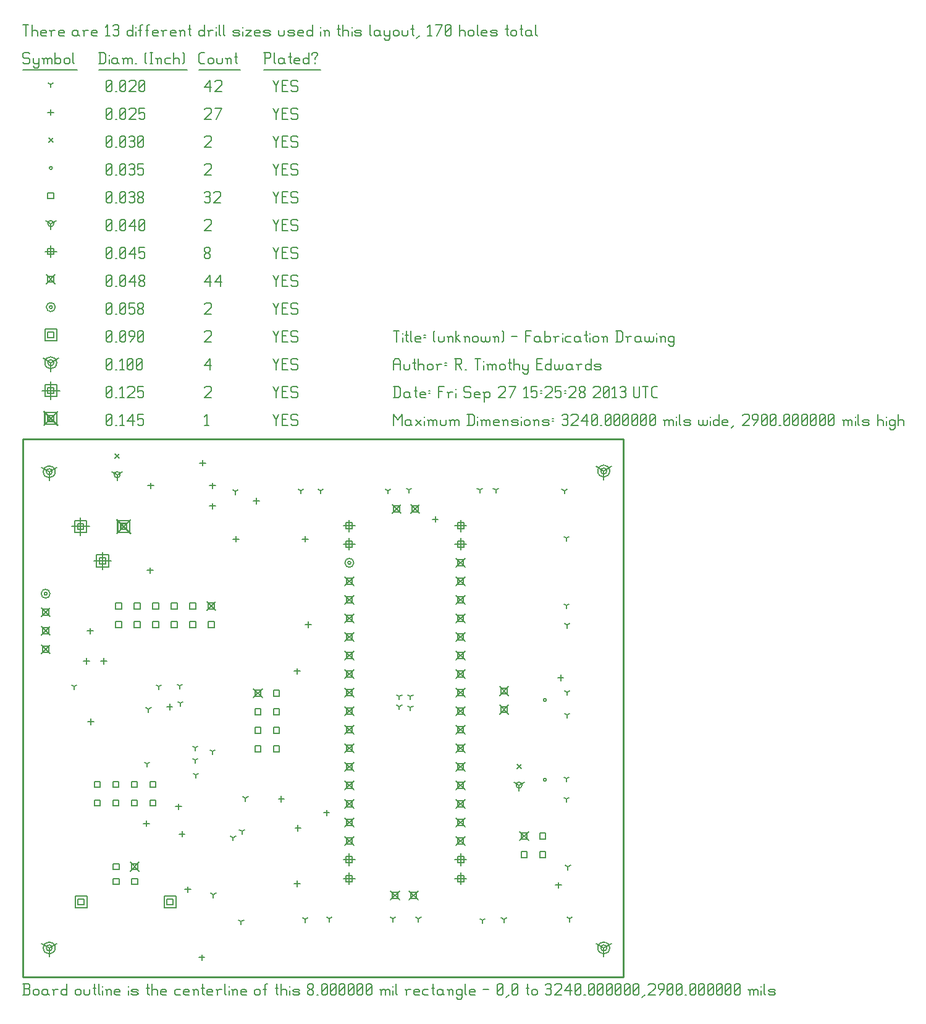
<source format=gbr>
G04 start of page 9 for group -3984 idx -3984 *
G04 Title: (unknown), fab *
G04 Creator: pcb 1.99z *
G04 CreationDate: Fri Sep 27 15:25:28 2013 UTC *
G04 For: tim *
G04 Format: Gerber/RS-274X *
G04 PCB-Dimensions (mil): 3240.00 2900.00 *
G04 PCB-Coordinate-Origin: lower left *
%MOIN*%
%FSLAX25Y25*%
%LNFAB*%
%ADD121C,0.0100*%
%ADD120C,0.0075*%
%ADD119C,0.0060*%
%ADD118R,0.0080X0.0080*%
%ADD117C,0.0001*%
G54D117*G36*
X50724Y247150D02*X58490Y239385D01*
X57924Y238819D01*
X50159Y246585D01*
X50724Y247150D01*
G37*
G36*
X50159Y239385D02*X57924Y247150D01*
X58490Y246585D01*
X50724Y238819D01*
X50159Y239385D01*
G37*
G54D118*X52724Y244585D02*X55924D01*
X52724D02*Y241385D01*
X55924D01*
Y244585D02*Y241385D01*
X51124Y246185D02*X57524D01*
X51124D02*Y239785D01*
X57524D01*
Y246185D02*Y239785D01*
G54D117*G36*
X11400Y305416D02*X19166Y297650D01*
X18600Y297084D01*
X10834Y304850D01*
X11400Y305416D01*
G37*
G36*
X10834Y297650D02*X18600Y305416D01*
X19166Y304850D01*
X11400Y297084D01*
X10834Y297650D01*
G37*
G54D118*X13400Y302850D02*X16600D01*
X13400D02*Y299650D01*
X16600D01*
Y302850D02*Y299650D01*
X11800Y304450D02*X18200D01*
X11800D02*Y298050D01*
X18200D01*
Y304450D02*Y298050D01*
G54D119*X135000Y303500D02*X136500Y300500D01*
X138000Y303500D01*
X136500Y300500D02*Y297500D01*
X139800Y300800D02*X142050D01*
X139800Y297500D02*X142800D01*
X139800Y303500D02*Y297500D01*
Y303500D02*X142800D01*
X147600D02*X148350Y302750D01*
X145350Y303500D02*X147600D01*
X144600Y302750D02*X145350Y303500D01*
X144600Y302750D02*Y301250D01*
X145350Y300500D01*
X147600D01*
X148350Y299750D01*
Y298250D01*
X147600Y297500D02*X148350Y298250D01*
X145350Y297500D02*X147600D01*
X144600Y298250D02*X145350Y297500D01*
X98000Y302300D02*X99200Y303500D01*
Y297500D01*
X98000D02*X100250D01*
X45000Y298250D02*X45750Y297500D01*
X45000Y302750D02*Y298250D01*
Y302750D02*X45750Y303500D01*
X47250D01*
X48000Y302750D01*
Y298250D01*
X47250Y297500D02*X48000Y298250D01*
X45750Y297500D02*X47250D01*
X45000Y299000D02*X48000Y302000D01*
X49800Y297500D02*X50550D01*
X52350Y302300D02*X53550Y303500D01*
Y297500D01*
X52350D02*X54600D01*
X56400Y299750D02*X59400Y303500D01*
X56400Y299750D02*X60150D01*
X59400Y303500D02*Y297500D01*
X61950Y303500D02*X64950D01*
X61950D02*Y300500D01*
X62700Y301250D01*
X64200D01*
X64950Y300500D01*
Y298250D01*
X64200Y297500D02*X64950Y298250D01*
X62700Y297500D02*X64200D01*
X61950Y298250D02*X62700Y297500D01*
X42907Y229281D02*Y219681D01*
X38107Y224481D02*X47707D01*
X41307Y226081D02*X44507D01*
X41307D02*Y222881D01*
X44507D01*
Y226081D02*Y222881D01*
X39707Y227681D02*X46107D01*
X39707D02*Y221281D01*
X46107D01*
Y227681D02*Y221281D01*
X31096Y247785D02*Y238185D01*
X26296Y242985D02*X35896D01*
X29496Y244585D02*X32696D01*
X29496D02*Y241385D01*
X32696D01*
Y244585D02*Y241385D01*
X27896Y246185D02*X34296D01*
X27896D02*Y239785D01*
X34296D01*
Y246185D02*Y239785D01*
X15000Y321050D02*Y311450D01*
X10200Y316250D02*X19800D01*
X13400Y317850D02*X16600D01*
X13400D02*Y314650D01*
X16600D01*
Y317850D02*Y314650D01*
X11800Y319450D02*X18200D01*
X11800D02*Y313050D01*
X18200D01*
Y319450D02*Y313050D01*
X135000Y318500D02*X136500Y315500D01*
X138000Y318500D01*
X136500Y315500D02*Y312500D01*
X139800Y315800D02*X142050D01*
X139800Y312500D02*X142800D01*
X139800Y318500D02*Y312500D01*
Y318500D02*X142800D01*
X147600D02*X148350Y317750D01*
X145350Y318500D02*X147600D01*
X144600Y317750D02*X145350Y318500D01*
X144600Y317750D02*Y316250D01*
X145350Y315500D01*
X147600D01*
X148350Y314750D01*
Y313250D01*
X147600Y312500D02*X148350Y313250D01*
X145350Y312500D02*X147600D01*
X144600Y313250D02*X145350Y312500D01*
X98000Y317750D02*X98750Y318500D01*
X101000D01*
X101750Y317750D01*
Y316250D01*
X98000Y312500D02*X101750Y316250D01*
X98000Y312500D02*X101750D01*
X45000Y313250D02*X45750Y312500D01*
X45000Y317750D02*Y313250D01*
Y317750D02*X45750Y318500D01*
X47250D01*
X48000Y317750D01*
Y313250D01*
X47250Y312500D02*X48000Y313250D01*
X45750Y312500D02*X47250D01*
X45000Y314000D02*X48000Y317000D01*
X49800Y312500D02*X50550D01*
X52350Y317300D02*X53550Y318500D01*
Y312500D01*
X52350D02*X54600D01*
X56400Y317750D02*X57150Y318500D01*
X59400D01*
X60150Y317750D01*
Y316250D01*
X56400Y312500D02*X60150Y316250D01*
X56400Y312500D02*X60150D01*
X61950Y318500D02*X64950D01*
X61950D02*Y315500D01*
X62700Y316250D01*
X64200D01*
X64950Y315500D01*
Y313250D01*
X64200Y312500D02*X64950Y313250D01*
X62700Y312500D02*X64200D01*
X61950Y313250D02*X62700Y312500D01*
X14167Y272512D02*Y267712D01*
Y272512D02*X18327Y274912D01*
X14167Y272512D02*X10007Y274912D01*
X12567Y272512D02*G75*G03X15767Y272512I1600J0D01*G01*
G75*G03X12567Y272512I-1600J0D01*G01*
X10967D02*G75*G03X17367Y272512I3200J0D01*G01*
G75*G03X10967Y272512I-3200J0D01*G01*
X313380Y15819D02*Y11019D01*
Y15819D02*X317540Y18219D01*
X313380Y15819D02*X309220Y18219D01*
X311780Y15819D02*G75*G03X314980Y15819I1600J0D01*G01*
G75*G03X311780Y15819I-1600J0D01*G01*
X310180D02*G75*G03X316580Y15819I3200J0D01*G01*
G75*G03X310180Y15819I-3200J0D01*G01*
X313380Y272906D02*Y268106D01*
Y272906D02*X317540Y275306D01*
X313380Y272906D02*X309220Y275306D01*
X311780Y272906D02*G75*G03X314980Y272906I1600J0D01*G01*
G75*G03X311780Y272906I-1600J0D01*G01*
X310180D02*G75*G03X316580Y272906I3200J0D01*G01*
G75*G03X310180Y272906I-3200J0D01*G01*
X14167Y15819D02*Y11019D01*
Y15819D02*X18327Y18219D01*
X14167Y15819D02*X10007Y18219D01*
X12567Y15819D02*G75*G03X15767Y15819I1600J0D01*G01*
G75*G03X12567Y15819I-1600J0D01*G01*
X10967D02*G75*G03X17367Y15819I3200J0D01*G01*
G75*G03X10967Y15819I-3200J0D01*G01*
X15000Y331250D02*Y326450D01*
Y331250D02*X19160Y333650D01*
X15000Y331250D02*X10840Y333650D01*
X13400Y331250D02*G75*G03X16600Y331250I1600J0D01*G01*
G75*G03X13400Y331250I-1600J0D01*G01*
X11800D02*G75*G03X18200Y331250I3200J0D01*G01*
G75*G03X11800Y331250I-3200J0D01*G01*
X135000Y333500D02*X136500Y330500D01*
X138000Y333500D01*
X136500Y330500D02*Y327500D01*
X139800Y330800D02*X142050D01*
X139800Y327500D02*X142800D01*
X139800Y333500D02*Y327500D01*
Y333500D02*X142800D01*
X147600D02*X148350Y332750D01*
X145350Y333500D02*X147600D01*
X144600Y332750D02*X145350Y333500D01*
X144600Y332750D02*Y331250D01*
X145350Y330500D01*
X147600D01*
X148350Y329750D01*
Y328250D01*
X147600Y327500D02*X148350Y328250D01*
X145350Y327500D02*X147600D01*
X144600Y328250D02*X145350Y327500D01*
X98000Y329750D02*X101000Y333500D01*
X98000Y329750D02*X101750D01*
X101000Y333500D02*Y327500D01*
X45000Y328250D02*X45750Y327500D01*
X45000Y332750D02*Y328250D01*
Y332750D02*X45750Y333500D01*
X47250D01*
X48000Y332750D01*
Y328250D01*
X47250Y327500D02*X48000Y328250D01*
X45750Y327500D02*X47250D01*
X45000Y329000D02*X48000Y332000D01*
X49800Y327500D02*X50550D01*
X52350Y332300D02*X53550Y333500D01*
Y327500D01*
X52350D02*X54600D01*
X56400Y328250D02*X57150Y327500D01*
X56400Y332750D02*Y328250D01*
Y332750D02*X57150Y333500D01*
X58650D01*
X59400Y332750D01*
Y328250D01*
X58650Y327500D02*X59400Y328250D01*
X57150Y327500D02*X58650D01*
X56400Y329000D02*X59400Y332000D01*
X61200Y328250D02*X61950Y327500D01*
X61200Y332750D02*Y328250D01*
Y332750D02*X61950Y333500D01*
X63450D01*
X64200Y332750D01*
Y328250D01*
X63450Y327500D02*X64200Y328250D01*
X61950Y327500D02*X63450D01*
X61200Y329000D02*X64200Y332000D01*
X29740Y42258D02*X32940D01*
X29740D02*Y39058D01*
X32940D01*
Y42258D02*Y39058D01*
X28140Y43858D02*X34540D01*
X28140D02*Y37458D01*
X34540D01*
Y43858D02*Y37458D01*
X77740Y42258D02*X80940D01*
X77740D02*Y39058D01*
X80940D01*
Y42258D02*Y39058D01*
X76140Y43858D02*X82540D01*
X76140D02*Y37458D01*
X82540D01*
Y43858D02*Y37458D01*
X13400Y347850D02*X16600D01*
X13400D02*Y344650D01*
X16600D01*
Y347850D02*Y344650D01*
X11800Y349450D02*X18200D01*
X11800D02*Y343050D01*
X18200D01*
Y349450D02*Y343050D01*
X135000Y348500D02*X136500Y345500D01*
X138000Y348500D01*
X136500Y345500D02*Y342500D01*
X139800Y345800D02*X142050D01*
X139800Y342500D02*X142800D01*
X139800Y348500D02*Y342500D01*
Y348500D02*X142800D01*
X147600D02*X148350Y347750D01*
X145350Y348500D02*X147600D01*
X144600Y347750D02*X145350Y348500D01*
X144600Y347750D02*Y346250D01*
X145350Y345500D01*
X147600D01*
X148350Y344750D01*
Y343250D01*
X147600Y342500D02*X148350Y343250D01*
X145350Y342500D02*X147600D01*
X144600Y343250D02*X145350Y342500D01*
X98000Y347750D02*X98750Y348500D01*
X101000D01*
X101750Y347750D01*
Y346250D01*
X98000Y342500D02*X101750Y346250D01*
X98000Y342500D02*X101750D01*
X45000Y343250D02*X45750Y342500D01*
X45000Y347750D02*Y343250D01*
Y347750D02*X45750Y348500D01*
X47250D01*
X48000Y347750D01*
Y343250D01*
X47250Y342500D02*X48000Y343250D01*
X45750Y342500D02*X47250D01*
X45000Y344000D02*X48000Y347000D01*
X49800Y342500D02*X50550D01*
X52350Y343250D02*X53100Y342500D01*
X52350Y347750D02*Y343250D01*
Y347750D02*X53100Y348500D01*
X54600D01*
X55350Y347750D01*
Y343250D01*
X54600Y342500D02*X55350Y343250D01*
X53100Y342500D02*X54600D01*
X52350Y344000D02*X55350Y347000D01*
X57900Y342500D02*X60150Y345500D01*
Y347750D02*Y345500D01*
X59400Y348500D02*X60150Y347750D01*
X57900Y348500D02*X59400D01*
X57150Y347750D02*X57900Y348500D01*
X57150Y347750D02*Y346250D01*
X57900Y345500D01*
X60150D01*
X61950Y343250D02*X62700Y342500D01*
X61950Y347750D02*Y343250D01*
Y347750D02*X62700Y348500D01*
X64200D01*
X64950Y347750D01*
Y343250D01*
X64200Y342500D02*X64950Y343250D01*
X62700Y342500D02*X64200D01*
X61950Y344000D02*X64950Y347000D01*
X175294Y223413D02*G75*G03X176894Y223413I800J0D01*G01*
G75*G03X175294Y223413I-800J0D01*G01*
X173694D02*G75*G03X178494Y223413I2400J0D01*G01*
G75*G03X173694Y223413I-2400J0D01*G01*
X11398Y206764D02*G75*G03X12998Y206764I800J0D01*G01*
G75*G03X11398Y206764I-800J0D01*G01*
X9798D02*G75*G03X14598Y206764I2400J0D01*G01*
G75*G03X9798Y206764I-2400J0D01*G01*
X14200Y361250D02*G75*G03X15800Y361250I800J0D01*G01*
G75*G03X14200Y361250I-800J0D01*G01*
X12600D02*G75*G03X17400Y361250I2400J0D01*G01*
G75*G03X12600Y361250I-2400J0D01*G01*
X135000Y363500D02*X136500Y360500D01*
X138000Y363500D01*
X136500Y360500D02*Y357500D01*
X139800Y360800D02*X142050D01*
X139800Y357500D02*X142800D01*
X139800Y363500D02*Y357500D01*
Y363500D02*X142800D01*
X147600D02*X148350Y362750D01*
X145350Y363500D02*X147600D01*
X144600Y362750D02*X145350Y363500D01*
X144600Y362750D02*Y361250D01*
X145350Y360500D01*
X147600D01*
X148350Y359750D01*
Y358250D01*
X147600Y357500D02*X148350Y358250D01*
X145350Y357500D02*X147600D01*
X144600Y358250D02*X145350Y357500D01*
X98000Y362750D02*X98750Y363500D01*
X101000D01*
X101750Y362750D01*
Y361250D01*
X98000Y357500D02*X101750Y361250D01*
X98000Y357500D02*X101750D01*
X45000Y358250D02*X45750Y357500D01*
X45000Y362750D02*Y358250D01*
Y362750D02*X45750Y363500D01*
X47250D01*
X48000Y362750D01*
Y358250D01*
X47250Y357500D02*X48000Y358250D01*
X45750Y357500D02*X47250D01*
X45000Y359000D02*X48000Y362000D01*
X49800Y357500D02*X50550D01*
X52350Y358250D02*X53100Y357500D01*
X52350Y362750D02*Y358250D01*
Y362750D02*X53100Y363500D01*
X54600D01*
X55350Y362750D01*
Y358250D01*
X54600Y357500D02*X55350Y358250D01*
X53100Y357500D02*X54600D01*
X52350Y359000D02*X55350Y362000D01*
X57150Y363500D02*X60150D01*
X57150D02*Y360500D01*
X57900Y361250D01*
X59400D01*
X60150Y360500D01*
Y358250D01*
X59400Y357500D02*X60150Y358250D01*
X57900Y357500D02*X59400D01*
X57150Y358250D02*X57900Y357500D01*
X61950Y358250D02*X62700Y357500D01*
X61950Y359450D02*Y358250D01*
Y359450D02*X63000Y360500D01*
X63900D01*
X64950Y359450D01*
Y358250D01*
X64200Y357500D02*X64950Y358250D01*
X62700Y357500D02*X64200D01*
X61950Y361550D02*X63000Y360500D01*
X61950Y362750D02*Y361550D01*
Y362750D02*X62700Y363500D01*
X64200D01*
X64950Y362750D01*
Y361550D01*
X63900Y360500D02*X64950Y361550D01*
X257153Y146704D02*X261953Y141904D01*
X257153D02*X261953Y146704D01*
X257953Y145904D02*X261153D01*
X257953D02*Y142704D01*
X261153D01*
Y145904D02*Y142704D01*
X257153Y156704D02*X261953Y151904D01*
X257153D02*X261953Y156704D01*
X257953Y155904D02*X261153D01*
X257953D02*Y152704D01*
X261153D01*
Y155904D02*Y152704D01*
X198381Y46566D02*X203181Y41766D01*
X198381D02*X203181Y46566D01*
X199181Y45766D02*X202381D01*
X199181D02*Y42566D01*
X202381D01*
Y45766D02*Y42566D01*
X208381Y46566D02*X213181Y41766D01*
X208381D02*X213181Y46566D01*
X209181Y45766D02*X212381D01*
X209181D02*Y42566D01*
X212381D01*
Y45766D02*Y42566D01*
X173694Y215813D02*X178494Y211013D01*
X173694D02*X178494Y215813D01*
X174494Y215013D02*X177694D01*
X174494D02*Y211813D01*
X177694D01*
Y215013D02*Y211813D01*
X173694Y205813D02*X178494Y201013D01*
X173694D02*X178494Y205813D01*
X174494Y205013D02*X177694D01*
X174494D02*Y201813D01*
X177694D01*
Y205013D02*Y201813D01*
X173694Y195813D02*X178494Y191013D01*
X173694D02*X178494Y195813D01*
X174494Y195013D02*X177694D01*
X174494D02*Y191813D01*
X177694D01*
Y195013D02*Y191813D01*
X173694Y185813D02*X178494Y181013D01*
X173694D02*X178494Y185813D01*
X174494Y185013D02*X177694D01*
X174494D02*Y181813D01*
X177694D01*
Y185013D02*Y181813D01*
X173694Y175813D02*X178494Y171013D01*
X173694D02*X178494Y175813D01*
X174494Y175013D02*X177694D01*
X174494D02*Y171813D01*
X177694D01*
Y175013D02*Y171813D01*
X173694Y165813D02*X178494Y161013D01*
X173694D02*X178494Y165813D01*
X174494Y165013D02*X177694D01*
X174494D02*Y161813D01*
X177694D01*
Y165013D02*Y161813D01*
X173694Y155813D02*X178494Y151013D01*
X173694D02*X178494Y155813D01*
X174494Y155013D02*X177694D01*
X174494D02*Y151813D01*
X177694D01*
Y155013D02*Y151813D01*
X173694Y145813D02*X178494Y141013D01*
X173694D02*X178494Y145813D01*
X174494Y145013D02*X177694D01*
X174494D02*Y141813D01*
X177694D01*
Y145013D02*Y141813D01*
X173694Y135813D02*X178494Y131013D01*
X173694D02*X178494Y135813D01*
X174494Y135013D02*X177694D01*
X174494D02*Y131813D01*
X177694D01*
Y135013D02*Y131813D01*
X173694Y125813D02*X178494Y121013D01*
X173694D02*X178494Y125813D01*
X174494Y125013D02*X177694D01*
X174494D02*Y121813D01*
X177694D01*
Y125013D02*Y121813D01*
X173694Y115813D02*X178494Y111013D01*
X173694D02*X178494Y115813D01*
X174494Y115013D02*X177694D01*
X174494D02*Y111813D01*
X177694D01*
Y115013D02*Y111813D01*
X173694Y105813D02*X178494Y101013D01*
X173694D02*X178494Y105813D01*
X174494Y105013D02*X177694D01*
X174494D02*Y101813D01*
X177694D01*
Y105013D02*Y101813D01*
X173694Y95813D02*X178494Y91013D01*
X173694D02*X178494Y95813D01*
X174494Y95013D02*X177694D01*
X174494D02*Y91813D01*
X177694D01*
Y95013D02*Y91813D01*
X173694Y85813D02*X178494Y81013D01*
X173694D02*X178494Y85813D01*
X174494Y85013D02*X177694D01*
X174494D02*Y81813D01*
X177694D01*
Y85013D02*Y81813D01*
X173694Y75813D02*X178494Y71013D01*
X173694D02*X178494Y75813D01*
X174494Y75013D02*X177694D01*
X174494D02*Y71813D01*
X177694D01*
Y75013D02*Y71813D01*
X233694Y75813D02*X238494Y71013D01*
X233694D02*X238494Y75813D01*
X234494Y75013D02*X237694D01*
X234494D02*Y71813D01*
X237694D01*
Y75013D02*Y71813D01*
X233694Y85813D02*X238494Y81013D01*
X233694D02*X238494Y85813D01*
X234494Y85013D02*X237694D01*
X234494D02*Y81813D01*
X237694D01*
Y85013D02*Y81813D01*
X233694Y95813D02*X238494Y91013D01*
X233694D02*X238494Y95813D01*
X234494Y95013D02*X237694D01*
X234494D02*Y91813D01*
X237694D01*
Y95013D02*Y91813D01*
X233694Y105813D02*X238494Y101013D01*
X233694D02*X238494Y105813D01*
X234494Y105013D02*X237694D01*
X234494D02*Y101813D01*
X237694D01*
Y105013D02*Y101813D01*
X233694Y115813D02*X238494Y111013D01*
X233694D02*X238494Y115813D01*
X234494Y115013D02*X237694D01*
X234494D02*Y111813D01*
X237694D01*
Y115013D02*Y111813D01*
X233694Y125813D02*X238494Y121013D01*
X233694D02*X238494Y125813D01*
X234494Y125013D02*X237694D01*
X234494D02*Y121813D01*
X237694D01*
Y125013D02*Y121813D01*
X233694Y135813D02*X238494Y131013D01*
X233694D02*X238494Y135813D01*
X234494Y135013D02*X237694D01*
X234494D02*Y131813D01*
X237694D01*
Y135013D02*Y131813D01*
X233694Y145813D02*X238494Y141013D01*
X233694D02*X238494Y145813D01*
X234494Y145013D02*X237694D01*
X234494D02*Y141813D01*
X237694D01*
Y145013D02*Y141813D01*
X233694Y155813D02*X238494Y151013D01*
X233694D02*X238494Y155813D01*
X234494Y155013D02*X237694D01*
X234494D02*Y151813D01*
X237694D01*
Y155013D02*Y151813D01*
X233694Y165813D02*X238494Y161013D01*
X233694D02*X238494Y165813D01*
X234494Y165013D02*X237694D01*
X234494D02*Y161813D01*
X237694D01*
Y165013D02*Y161813D01*
X233694Y175813D02*X238494Y171013D01*
X233694D02*X238494Y175813D01*
X234494Y175013D02*X237694D01*
X234494D02*Y171813D01*
X237694D01*
Y175013D02*Y171813D01*
X233694Y185813D02*X238494Y181013D01*
X233694D02*X238494Y185813D01*
X234494Y185013D02*X237694D01*
X234494D02*Y181813D01*
X237694D01*
Y185013D02*Y181813D01*
X233694Y195813D02*X238494Y191013D01*
X233694D02*X238494Y195813D01*
X234494Y195013D02*X237694D01*
X234494D02*Y191813D01*
X237694D01*
Y195013D02*Y191813D01*
X233694Y205813D02*X238494Y201013D01*
X233694D02*X238494Y205813D01*
X234494Y205013D02*X237694D01*
X234494D02*Y201813D01*
X237694D01*
Y205013D02*Y201813D01*
X233694Y215813D02*X238494Y211013D01*
X233694D02*X238494Y215813D01*
X234494Y215013D02*X237694D01*
X234494D02*Y211813D01*
X237694D01*
Y215013D02*Y211813D01*
X233694Y225813D02*X238494Y221013D01*
X233694D02*X238494Y225813D01*
X234494Y225013D02*X237694D01*
X234494D02*Y221813D01*
X237694D01*
Y225013D02*Y221813D01*
X124365Y155621D02*X129165Y150821D01*
X124365D02*X129165Y155621D01*
X125165Y154821D02*X128365D01*
X125165D02*Y151621D01*
X128365D01*
Y154821D02*Y151621D01*
X57940Y62058D02*X62740Y57258D01*
X57940D02*X62740Y62058D01*
X58740Y61258D02*X61940D01*
X58740D02*Y58058D01*
X61940D01*
Y61258D02*Y58058D01*
X9798Y199164D02*X14598Y194364D01*
X9798D02*X14598Y199164D01*
X10598Y198364D02*X13798D01*
X10598D02*Y195164D01*
X13798D01*
Y198364D02*Y195164D01*
X9798Y189164D02*X14598Y184364D01*
X9798D02*X14598Y189164D01*
X10598Y188364D02*X13798D01*
X10598D02*Y185164D01*
X13798D01*
Y188364D02*Y185164D01*
X9798Y179164D02*X14598Y174364D01*
X9798D02*X14598Y179164D01*
X10598Y178364D02*X13798D01*
X10598D02*Y175164D01*
X13798D01*
Y178364D02*Y175164D01*
X99169Y202471D02*X103969Y197671D01*
X99169D02*X103969Y202471D01*
X99969Y201671D02*X103169D01*
X99969D02*Y198471D01*
X103169D01*
Y201671D02*Y198471D01*
X199169Y254833D02*X203969Y250033D01*
X199169D02*X203969Y254833D01*
X199969Y254033D02*X203169D01*
X199969D02*Y250833D01*
X203169D01*
Y254033D02*Y250833D01*
X209169Y254833D02*X213969Y250033D01*
X209169D02*X213969Y254833D01*
X209969Y254033D02*X213169D01*
X209969D02*Y250833D01*
X213169D01*
Y254033D02*Y250833D01*
X268066Y78456D02*X272866Y73656D01*
X268066D02*X272866Y78456D01*
X268866Y77656D02*X272066D01*
X268866D02*Y74456D01*
X272066D01*
Y77656D02*Y74456D01*
X12600Y378650D02*X17400Y373850D01*
X12600D02*X17400Y378650D01*
X13400Y377850D02*X16600D01*
X13400D02*Y374650D01*
X16600D01*
Y377850D02*Y374650D01*
X135000Y378500D02*X136500Y375500D01*
X138000Y378500D01*
X136500Y375500D02*Y372500D01*
X139800Y375800D02*X142050D01*
X139800Y372500D02*X142800D01*
X139800Y378500D02*Y372500D01*
Y378500D02*X142800D01*
X147600D02*X148350Y377750D01*
X145350Y378500D02*X147600D01*
X144600Y377750D02*X145350Y378500D01*
X144600Y377750D02*Y376250D01*
X145350Y375500D01*
X147600D01*
X148350Y374750D01*
Y373250D01*
X147600Y372500D02*X148350Y373250D01*
X145350Y372500D02*X147600D01*
X144600Y373250D02*X145350Y372500D01*
X98000Y374750D02*X101000Y378500D01*
X98000Y374750D02*X101750D01*
X101000Y378500D02*Y372500D01*
X103550Y374750D02*X106550Y378500D01*
X103550Y374750D02*X107300D01*
X106550Y378500D02*Y372500D01*
X45000Y373250D02*X45750Y372500D01*
X45000Y377750D02*Y373250D01*
Y377750D02*X45750Y378500D01*
X47250D01*
X48000Y377750D01*
Y373250D01*
X47250Y372500D02*X48000Y373250D01*
X45750Y372500D02*X47250D01*
X45000Y374000D02*X48000Y377000D01*
X49800Y372500D02*X50550D01*
X52350Y373250D02*X53100Y372500D01*
X52350Y377750D02*Y373250D01*
Y377750D02*X53100Y378500D01*
X54600D01*
X55350Y377750D01*
Y373250D01*
X54600Y372500D02*X55350Y373250D01*
X53100Y372500D02*X54600D01*
X52350Y374000D02*X55350Y377000D01*
X57150Y374750D02*X60150Y378500D01*
X57150Y374750D02*X60900D01*
X60150Y378500D02*Y372500D01*
X62700Y373250D02*X63450Y372500D01*
X62700Y374450D02*Y373250D01*
Y374450D02*X63750Y375500D01*
X64650D01*
X65700Y374450D01*
Y373250D01*
X64950Y372500D02*X65700Y373250D01*
X63450Y372500D02*X64950D01*
X62700Y376550D02*X63750Y375500D01*
X62700Y377750D02*Y376550D01*
Y377750D02*X63450Y378500D01*
X64950D01*
X65700Y377750D01*
Y376550D01*
X64650Y375500D02*X65700Y376550D01*
X175978Y66657D02*Y60257D01*
X172778Y63457D02*X179178D01*
X174378Y65057D02*X177578D01*
X174378D02*Y61857D01*
X177578D01*
Y65057D02*Y61857D01*
X175978Y56421D02*Y50021D01*
X172778Y53221D02*X179178D01*
X174378Y54821D02*X177578D01*
X174378D02*Y51621D01*
X177578D01*
Y54821D02*Y51621D01*
X236214Y56421D02*Y50021D01*
X233014Y53221D02*X239414D01*
X234614Y54821D02*X237814D01*
X234614D02*Y51621D01*
X237814D01*
Y54821D02*Y51621D01*
X236214Y66657D02*Y60257D01*
X233014Y63457D02*X239414D01*
X234614Y65057D02*X237814D01*
X234614D02*Y61857D01*
X237814D01*
Y65057D02*Y61857D01*
X175978Y236736D02*Y230336D01*
X172778Y233536D02*X179178D01*
X174378Y235136D02*X177578D01*
X174378D02*Y231936D01*
X177578D01*
Y235136D02*Y231936D01*
X175978Y246578D02*Y240178D01*
X172778Y243378D02*X179178D01*
X174378Y244978D02*X177578D01*
X174378D02*Y241778D01*
X177578D01*
Y244978D02*Y241778D01*
X236214Y246578D02*Y240178D01*
X233014Y243378D02*X239414D01*
X234614Y244978D02*X237814D01*
X234614D02*Y241778D01*
X237814D01*
Y244978D02*Y241778D01*
X236214Y236736D02*Y230336D01*
X233014Y233536D02*X239414D01*
X234614Y235136D02*X237814D01*
X234614D02*Y231936D01*
X237814D01*
Y235136D02*Y231936D01*
X15000Y394450D02*Y388050D01*
X11800Y391250D02*X18200D01*
X13400Y392850D02*X16600D01*
X13400D02*Y389650D01*
X16600D01*
Y392850D02*Y389650D01*
X135000Y393500D02*X136500Y390500D01*
X138000Y393500D01*
X136500Y390500D02*Y387500D01*
X139800Y390800D02*X142050D01*
X139800Y387500D02*X142800D01*
X139800Y393500D02*Y387500D01*
Y393500D02*X142800D01*
X147600D02*X148350Y392750D01*
X145350Y393500D02*X147600D01*
X144600Y392750D02*X145350Y393500D01*
X144600Y392750D02*Y391250D01*
X145350Y390500D01*
X147600D01*
X148350Y389750D01*
Y388250D01*
X147600Y387500D02*X148350Y388250D01*
X145350Y387500D02*X147600D01*
X144600Y388250D02*X145350Y387500D01*
X98000Y388250D02*X98750Y387500D01*
X98000Y389450D02*Y388250D01*
Y389450D02*X99050Y390500D01*
X99950D01*
X101000Y389450D01*
Y388250D01*
X100250Y387500D02*X101000Y388250D01*
X98750Y387500D02*X100250D01*
X98000Y391550D02*X99050Y390500D01*
X98000Y392750D02*Y391550D01*
Y392750D02*X98750Y393500D01*
X100250D01*
X101000Y392750D01*
Y391550D01*
X99950Y390500D02*X101000Y391550D01*
X45000Y388250D02*X45750Y387500D01*
X45000Y392750D02*Y388250D01*
Y392750D02*X45750Y393500D01*
X47250D01*
X48000Y392750D01*
Y388250D01*
X47250Y387500D02*X48000Y388250D01*
X45750Y387500D02*X47250D01*
X45000Y389000D02*X48000Y392000D01*
X49800Y387500D02*X50550D01*
X52350Y388250D02*X53100Y387500D01*
X52350Y392750D02*Y388250D01*
Y392750D02*X53100Y393500D01*
X54600D01*
X55350Y392750D01*
Y388250D01*
X54600Y387500D02*X55350Y388250D01*
X53100Y387500D02*X54600D01*
X52350Y389000D02*X55350Y392000D01*
X57150Y389750D02*X60150Y393500D01*
X57150Y389750D02*X60900D01*
X60150Y393500D02*Y387500D01*
X62700Y393500D02*X65700D01*
X62700D02*Y390500D01*
X63450Y391250D01*
X64950D01*
X65700Y390500D01*
Y388250D01*
X64950Y387500D02*X65700Y388250D01*
X63450Y387500D02*X64950D01*
X62700Y388250D02*X63450Y387500D01*
X50781Y270937D02*Y267737D01*
Y270937D02*X53554Y272537D01*
X50781Y270937D02*X48008Y272537D01*
X49181Y270937D02*G75*G03X52381Y270937I1600J0D01*G01*
G75*G03X49181Y270937I-1600J0D01*G01*
X267710Y103615D02*Y100415D01*
Y103615D02*X270483Y105215D01*
X267710Y103615D02*X264937Y105215D01*
X266110Y103615D02*G75*G03X269310Y103615I1600J0D01*G01*
G75*G03X266110Y103615I-1600J0D01*G01*
X15000Y406250D02*Y403050D01*
Y406250D02*X17773Y407850D01*
X15000Y406250D02*X12227Y407850D01*
X13400Y406250D02*G75*G03X16600Y406250I1600J0D01*G01*
G75*G03X13400Y406250I-1600J0D01*G01*
X135000Y408500D02*X136500Y405500D01*
X138000Y408500D01*
X136500Y405500D02*Y402500D01*
X139800Y405800D02*X142050D01*
X139800Y402500D02*X142800D01*
X139800Y408500D02*Y402500D01*
Y408500D02*X142800D01*
X147600D02*X148350Y407750D01*
X145350Y408500D02*X147600D01*
X144600Y407750D02*X145350Y408500D01*
X144600Y407750D02*Y406250D01*
X145350Y405500D01*
X147600D01*
X148350Y404750D01*
Y403250D01*
X147600Y402500D02*X148350Y403250D01*
X145350Y402500D02*X147600D01*
X144600Y403250D02*X145350Y402500D01*
X98000Y407750D02*X98750Y408500D01*
X101000D01*
X101750Y407750D01*
Y406250D01*
X98000Y402500D02*X101750Y406250D01*
X98000Y402500D02*X101750D01*
X45000Y403250D02*X45750Y402500D01*
X45000Y407750D02*Y403250D01*
Y407750D02*X45750Y408500D01*
X47250D01*
X48000Y407750D01*
Y403250D01*
X47250Y402500D02*X48000Y403250D01*
X45750Y402500D02*X47250D01*
X45000Y404000D02*X48000Y407000D01*
X49800Y402500D02*X50550D01*
X52350Y403250D02*X53100Y402500D01*
X52350Y407750D02*Y403250D01*
Y407750D02*X53100Y408500D01*
X54600D01*
X55350Y407750D01*
Y403250D01*
X54600Y402500D02*X55350Y403250D01*
X53100Y402500D02*X54600D01*
X52350Y404000D02*X55350Y407000D01*
X57150Y404750D02*X60150Y408500D01*
X57150Y404750D02*X60900D01*
X60150Y408500D02*Y402500D01*
X62700Y403250D02*X63450Y402500D01*
X62700Y407750D02*Y403250D01*
Y407750D02*X63450Y408500D01*
X64950D01*
X65700Y407750D01*
Y403250D01*
X64950Y402500D02*X65700Y403250D01*
X63450Y402500D02*X64950D01*
X62700Y404000D02*X65700Y407000D01*
X135165Y154821D02*X138365D01*
X135165D02*Y151621D01*
X138365D01*
Y154821D02*Y151621D01*
X125165Y144821D02*X128365D01*
X125165D02*Y141621D01*
X128365D01*
Y144821D02*Y141621D01*
X135165Y144821D02*X138365D01*
X135165D02*Y141621D01*
X138365D01*
Y144821D02*Y141621D01*
X125165Y134821D02*X128365D01*
X125165D02*Y131621D01*
X128365D01*
Y134821D02*Y131621D01*
X135165Y134821D02*X138365D01*
X135165D02*Y131621D01*
X138365D01*
Y134821D02*Y131621D01*
X125165Y124821D02*X128365D01*
X125165D02*Y121621D01*
X128365D01*
Y124821D02*Y121621D01*
X135165Y124821D02*X138365D01*
X135165D02*Y121621D01*
X138365D01*
Y124821D02*Y121621D01*
X68472Y105608D02*X71672D01*
X68472D02*Y102408D01*
X71672D01*
Y105608D02*Y102408D01*
X68472Y95608D02*X71672D01*
X68472D02*Y92408D01*
X71672D01*
Y95608D02*Y92408D01*
X58472Y105608D02*X61672D01*
X58472D02*Y102408D01*
X61672D01*
Y105608D02*Y102408D01*
X58472Y95608D02*X61672D01*
X58472D02*Y92408D01*
X61672D01*
Y95608D02*Y92408D01*
X48472Y105608D02*X51672D01*
X48472D02*Y102408D01*
X51672D01*
Y105608D02*Y102408D01*
X48472Y95608D02*X51672D01*
X48472D02*Y92408D01*
X51672D01*
Y95608D02*Y92408D01*
X38472Y105608D02*X41672D01*
X38472D02*Y102408D01*
X41672D01*
Y105608D02*Y102408D01*
X38472Y95608D02*X41672D01*
X38472D02*Y92408D01*
X41672D01*
Y95608D02*Y92408D01*
X48740Y61258D02*X51940D01*
X48740D02*Y58058D01*
X51940D01*
Y61258D02*Y58058D01*
X48740Y53258D02*X51940D01*
X48740D02*Y50058D01*
X51940D01*
Y53258D02*Y50058D01*
X58740Y53258D02*X61940D01*
X58740D02*Y50058D01*
X61940D01*
Y53258D02*Y50058D01*
X99969Y191671D02*X103169D01*
X99969D02*Y188471D01*
X103169D01*
Y191671D02*Y188471D01*
X89969Y201671D02*X93169D01*
X89969D02*Y198471D01*
X93169D01*
Y201671D02*Y198471D01*
X89969Y191671D02*X93169D01*
X89969D02*Y188471D01*
X93169D01*
Y191671D02*Y188471D01*
X79969Y201671D02*X83169D01*
X79969D02*Y198471D01*
X83169D01*
Y201671D02*Y198471D01*
X79969Y191671D02*X83169D01*
X79969D02*Y188471D01*
X83169D01*
Y191671D02*Y188471D01*
X69969Y201671D02*X73169D01*
X69969D02*Y198471D01*
X73169D01*
Y201671D02*Y198471D01*
X69969Y191671D02*X73169D01*
X69969D02*Y188471D01*
X73169D01*
Y191671D02*Y188471D01*
X59969Y201671D02*X63169D01*
X59969D02*Y198471D01*
X63169D01*
Y201671D02*Y198471D01*
X59969Y191671D02*X63169D01*
X59969D02*Y188471D01*
X63169D01*
Y191671D02*Y188471D01*
X49969Y201671D02*X53169D01*
X49969D02*Y198471D01*
X53169D01*
Y201671D02*Y198471D01*
X49969Y191671D02*X53169D01*
X49969D02*Y188471D01*
X53169D01*
Y191671D02*Y188471D01*
X278866Y77656D02*X282066D01*
X278866D02*Y74456D01*
X282066D01*
Y77656D02*Y74456D01*
X268866Y67656D02*X272066D01*
X268866D02*Y64456D01*
X272066D01*
Y67656D02*Y64456D01*
X278866Y67656D02*X282066D01*
X278866D02*Y64456D01*
X282066D01*
Y67656D02*Y64456D01*
X13400Y422850D02*X16600D01*
X13400D02*Y419650D01*
X16600D01*
Y422850D02*Y419650D01*
X135000Y423500D02*X136500Y420500D01*
X138000Y423500D01*
X136500Y420500D02*Y417500D01*
X139800Y420800D02*X142050D01*
X139800Y417500D02*X142800D01*
X139800Y423500D02*Y417500D01*
Y423500D02*X142800D01*
X147600D02*X148350Y422750D01*
X145350Y423500D02*X147600D01*
X144600Y422750D02*X145350Y423500D01*
X144600Y422750D02*Y421250D01*
X145350Y420500D01*
X147600D01*
X148350Y419750D01*
Y418250D01*
X147600Y417500D02*X148350Y418250D01*
X145350Y417500D02*X147600D01*
X144600Y418250D02*X145350Y417500D01*
X98000Y422750D02*X98750Y423500D01*
X100250D01*
X101000Y422750D01*
X100250Y417500D02*X101000Y418250D01*
X98750Y417500D02*X100250D01*
X98000Y418250D02*X98750Y417500D01*
Y420800D02*X100250D01*
X101000Y422750D02*Y421550D01*
Y420050D02*Y418250D01*
Y420050D02*X100250Y420800D01*
X101000Y421550D02*X100250Y420800D01*
X102800Y422750D02*X103550Y423500D01*
X105800D01*
X106550Y422750D01*
Y421250D01*
X102800Y417500D02*X106550Y421250D01*
X102800Y417500D02*X106550D01*
X45000Y418250D02*X45750Y417500D01*
X45000Y422750D02*Y418250D01*
Y422750D02*X45750Y423500D01*
X47250D01*
X48000Y422750D01*
Y418250D01*
X47250Y417500D02*X48000Y418250D01*
X45750Y417500D02*X47250D01*
X45000Y419000D02*X48000Y422000D01*
X49800Y417500D02*X50550D01*
X52350Y418250D02*X53100Y417500D01*
X52350Y422750D02*Y418250D01*
Y422750D02*X53100Y423500D01*
X54600D01*
X55350Y422750D01*
Y418250D01*
X54600Y417500D02*X55350Y418250D01*
X53100Y417500D02*X54600D01*
X52350Y419000D02*X55350Y422000D01*
X57150Y422750D02*X57900Y423500D01*
X59400D01*
X60150Y422750D01*
X59400Y417500D02*X60150Y418250D01*
X57900Y417500D02*X59400D01*
X57150Y418250D02*X57900Y417500D01*
Y420800D02*X59400D01*
X60150Y422750D02*Y421550D01*
Y420050D02*Y418250D01*
Y420050D02*X59400Y420800D01*
X60150Y421550D02*X59400Y420800D01*
X61950Y418250D02*X62700Y417500D01*
X61950Y419450D02*Y418250D01*
Y419450D02*X63000Y420500D01*
X63900D01*
X64950Y419450D01*
Y418250D01*
X64200Y417500D02*X64950Y418250D01*
X62700Y417500D02*X64200D01*
X61950Y421550D02*X63000Y420500D01*
X61950Y422750D02*Y421550D01*
Y422750D02*X62700Y423500D01*
X64200D01*
X64950Y422750D01*
Y421550D01*
X63900Y420500D02*X64950Y421550D01*
X280794Y106413D02*G75*G03X282394Y106413I800J0D01*G01*
G75*G03X280794Y106413I-800J0D01*G01*
Y149413D02*G75*G03X282394Y149413I800J0D01*G01*
G75*G03X280794Y149413I-800J0D01*G01*
X14200Y436250D02*G75*G03X15800Y436250I800J0D01*G01*
G75*G03X14200Y436250I-800J0D01*G01*
X135000Y438500D02*X136500Y435500D01*
X138000Y438500D01*
X136500Y435500D02*Y432500D01*
X139800Y435800D02*X142050D01*
X139800Y432500D02*X142800D01*
X139800Y438500D02*Y432500D01*
Y438500D02*X142800D01*
X147600D02*X148350Y437750D01*
X145350Y438500D02*X147600D01*
X144600Y437750D02*X145350Y438500D01*
X144600Y437750D02*Y436250D01*
X145350Y435500D01*
X147600D01*
X148350Y434750D01*
Y433250D01*
X147600Y432500D02*X148350Y433250D01*
X145350Y432500D02*X147600D01*
X144600Y433250D02*X145350Y432500D01*
X98000Y437750D02*X98750Y438500D01*
X101000D01*
X101750Y437750D01*
Y436250D01*
X98000Y432500D02*X101750Y436250D01*
X98000Y432500D02*X101750D01*
X45000Y433250D02*X45750Y432500D01*
X45000Y437750D02*Y433250D01*
Y437750D02*X45750Y438500D01*
X47250D01*
X48000Y437750D01*
Y433250D01*
X47250Y432500D02*X48000Y433250D01*
X45750Y432500D02*X47250D01*
X45000Y434000D02*X48000Y437000D01*
X49800Y432500D02*X50550D01*
X52350Y433250D02*X53100Y432500D01*
X52350Y437750D02*Y433250D01*
Y437750D02*X53100Y438500D01*
X54600D01*
X55350Y437750D01*
Y433250D01*
X54600Y432500D02*X55350Y433250D01*
X53100Y432500D02*X54600D01*
X52350Y434000D02*X55350Y437000D01*
X57150Y437750D02*X57900Y438500D01*
X59400D01*
X60150Y437750D01*
X59400Y432500D02*X60150Y433250D01*
X57900Y432500D02*X59400D01*
X57150Y433250D02*X57900Y432500D01*
Y435800D02*X59400D01*
X60150Y437750D02*Y436550D01*
Y435050D02*Y433250D01*
Y435050D02*X59400Y435800D01*
X60150Y436550D02*X59400Y435800D01*
X61950Y438500D02*X64950D01*
X61950D02*Y435500D01*
X62700Y436250D01*
X64200D01*
X64950Y435500D01*
Y433250D01*
X64200Y432500D02*X64950Y433250D01*
X62700Y432500D02*X64200D01*
X61950Y433250D02*X62700Y432500D01*
X49581Y282137D02*X51981Y279737D01*
X49581D02*X51981Y282137D01*
X266510Y114815D02*X268910Y112415D01*
X266510D02*X268910Y114815D01*
X13800Y452450D02*X16200Y450050D01*
X13800D02*X16200Y452450D01*
X135000Y453500D02*X136500Y450500D01*
X138000Y453500D01*
X136500Y450500D02*Y447500D01*
X139800Y450800D02*X142050D01*
X139800Y447500D02*X142800D01*
X139800Y453500D02*Y447500D01*
Y453500D02*X142800D01*
X147600D02*X148350Y452750D01*
X145350Y453500D02*X147600D01*
X144600Y452750D02*X145350Y453500D01*
X144600Y452750D02*Y451250D01*
X145350Y450500D01*
X147600D01*
X148350Y449750D01*
Y448250D01*
X147600Y447500D02*X148350Y448250D01*
X145350Y447500D02*X147600D01*
X144600Y448250D02*X145350Y447500D01*
X98000Y452750D02*X98750Y453500D01*
X101000D01*
X101750Y452750D01*
Y451250D01*
X98000Y447500D02*X101750Y451250D01*
X98000Y447500D02*X101750D01*
X45000Y448250D02*X45750Y447500D01*
X45000Y452750D02*Y448250D01*
Y452750D02*X45750Y453500D01*
X47250D01*
X48000Y452750D01*
Y448250D01*
X47250Y447500D02*X48000Y448250D01*
X45750Y447500D02*X47250D01*
X45000Y449000D02*X48000Y452000D01*
X49800Y447500D02*X50550D01*
X52350Y448250D02*X53100Y447500D01*
X52350Y452750D02*Y448250D01*
Y452750D02*X53100Y453500D01*
X54600D01*
X55350Y452750D01*
Y448250D01*
X54600Y447500D02*X55350Y448250D01*
X53100Y447500D02*X54600D01*
X52350Y449000D02*X55350Y452000D01*
X57150Y452750D02*X57900Y453500D01*
X59400D01*
X60150Y452750D01*
X59400Y447500D02*X60150Y448250D01*
X57900Y447500D02*X59400D01*
X57150Y448250D02*X57900Y447500D01*
Y450800D02*X59400D01*
X60150Y452750D02*Y451550D01*
Y450050D02*Y448250D01*
Y450050D02*X59400Y450800D01*
X60150Y451550D02*X59400Y450800D01*
X61950Y448250D02*X62700Y447500D01*
X61950Y452750D02*Y448250D01*
Y452750D02*X62700Y453500D01*
X64200D01*
X64950Y452750D01*
Y448250D01*
X64200Y447500D02*X64950Y448250D01*
X62700Y447500D02*X64200D01*
X61950Y449000D02*X64950Y452000D01*
X88970Y48915D02*Y45715D01*
X87370Y47315D02*X90570D01*
X85820Y78837D02*Y75637D01*
X84220Y77237D02*X87420D01*
X148025Y52065D02*Y48865D01*
X146425Y50465D02*X149625D01*
X148419Y81986D02*Y78786D01*
X146819Y80386D02*X150019D01*
X139364Y97734D02*Y94534D01*
X137764Y96134D02*X140964D01*
X102356Y255608D02*Y252408D01*
X100756Y254008D02*X103956D01*
X125978Y258364D02*Y255164D01*
X124378Y256764D02*X127578D01*
X68891Y266632D02*Y263432D01*
X67291Y265032D02*X70491D01*
X114954Y237892D02*Y234692D01*
X113354Y236292D02*X116554D01*
X79128Y147341D02*Y144141D01*
X77528Y145741D02*X80728D01*
X153931Y191829D02*Y188629D01*
X152331Y190229D02*X155531D01*
X83852Y93600D02*Y90400D01*
X82252Y92000D02*X85452D01*
X36214Y188285D02*Y185085D01*
X34614Y186685D02*X37814D01*
X43694Y172144D02*Y168944D01*
X42094Y170544D02*X45294D01*
X222435Y248522D02*Y245322D01*
X220835Y246922D02*X224035D01*
X163773Y90254D02*Y87054D01*
X162173Y88654D02*X165373D01*
X148025Y166632D02*Y163432D01*
X146425Y165032D02*X149625D01*
X36608Y139467D02*Y136267D01*
X35008Y137867D02*X38208D01*
X34246Y172144D02*Y168944D01*
X32646Y170544D02*X35846D01*
X66529Y84545D02*Y81345D01*
X64929Y82945D02*X68129D01*
X96844Y278837D02*Y275637D01*
X95244Y277237D02*X98444D01*
X96450Y12301D02*Y9101D01*
X94850Y10701D02*X98050D01*
X68498Y220963D02*Y217763D01*
X66898Y219363D02*X70098D01*
X152356Y237892D02*Y234692D01*
X150756Y236292D02*X153956D01*
X102356Y266632D02*Y263432D01*
X100756Y265032D02*X103956D01*
X288970Y51278D02*Y48078D01*
X287370Y49678D02*X290570D01*
X290151Y163089D02*Y159889D01*
X288551Y161489D02*X291751D01*
X15000Y467850D02*Y464650D01*
X13400Y466250D02*X16600D01*
X135000Y468500D02*X136500Y465500D01*
X138000Y468500D01*
X136500Y465500D02*Y462500D01*
X139800Y465800D02*X142050D01*
X139800Y462500D02*X142800D01*
X139800Y468500D02*Y462500D01*
Y468500D02*X142800D01*
X147600D02*X148350Y467750D01*
X145350Y468500D02*X147600D01*
X144600Y467750D02*X145350Y468500D01*
X144600Y467750D02*Y466250D01*
X145350Y465500D01*
X147600D01*
X148350Y464750D01*
Y463250D01*
X147600Y462500D02*X148350Y463250D01*
X145350Y462500D02*X147600D01*
X144600Y463250D02*X145350Y462500D01*
X98000Y467750D02*X98750Y468500D01*
X101000D01*
X101750Y467750D01*
Y466250D01*
X98000Y462500D02*X101750Y466250D01*
X98000Y462500D02*X101750D01*
X104300D02*X107300Y468500D01*
X103550D02*X107300D01*
X45000Y463250D02*X45750Y462500D01*
X45000Y467750D02*Y463250D01*
Y467750D02*X45750Y468500D01*
X47250D01*
X48000Y467750D01*
Y463250D01*
X47250Y462500D02*X48000Y463250D01*
X45750Y462500D02*X47250D01*
X45000Y464000D02*X48000Y467000D01*
X49800Y462500D02*X50550D01*
X52350Y463250D02*X53100Y462500D01*
X52350Y467750D02*Y463250D01*
Y467750D02*X53100Y468500D01*
X54600D01*
X55350Y467750D01*
Y463250D01*
X54600Y462500D02*X55350Y463250D01*
X53100Y462500D02*X54600D01*
X52350Y464000D02*X55350Y467000D01*
X57150Y467750D02*X57900Y468500D01*
X60150D01*
X60900Y467750D01*
Y466250D01*
X57150Y462500D02*X60900Y466250D01*
X57150Y462500D02*X60900D01*
X62700Y468500D02*X65700D01*
X62700D02*Y465500D01*
X63450Y466250D01*
X64950D01*
X65700Y465500D01*
Y463250D01*
X64950Y462500D02*X65700Y463250D01*
X63450Y462500D02*X64950D01*
X62700Y463250D02*X63450Y462500D01*
X114560Y261882D02*Y260282D01*
Y261882D02*X115947Y262682D01*
X114560Y261882D02*X113173Y262682D01*
X149994Y262276D02*Y260676D01*
Y262276D02*X151380Y263076D01*
X149994Y262276D02*X148607Y263076D01*
X160624Y262276D02*Y260676D01*
Y262276D02*X162010Y263076D01*
X160624Y262276D02*X159237Y263076D01*
X196844Y262276D02*Y260676D01*
Y262276D02*X198231Y263076D01*
X196844Y262276D02*X195457Y263076D01*
X208261Y262670D02*Y261070D01*
Y262670D02*X209648Y263470D01*
X208261Y262670D02*X206875Y263470D01*
X246450Y262670D02*Y261070D01*
Y262670D02*X247837Y263470D01*
X246450Y262670D02*X245063Y263470D01*
X255112Y262670D02*Y261070D01*
Y262670D02*X256498Y263470D01*
X255112Y262670D02*X253725Y263470D01*
X292120Y262276D02*Y260676D01*
Y262276D02*X293507Y263076D01*
X292120Y262276D02*X290733Y263076D01*
X294876Y31567D02*Y29967D01*
Y31567D02*X296262Y32367D01*
X294876Y31567D02*X293489Y32367D01*
X259443Y31174D02*Y29574D01*
Y31174D02*X260829Y31974D01*
X259443Y31174D02*X258056Y31974D01*
X248025Y30780D02*Y29180D01*
Y30780D02*X249412Y31580D01*
X248025Y30780D02*X246639Y31580D01*
X213380Y31567D02*Y29967D01*
Y31567D02*X214767Y32367D01*
X213380Y31567D02*X211993Y32367D01*
X199600Y31567D02*Y29967D01*
Y31567D02*X200987Y32367D01*
X199600Y31567D02*X198213Y32367D01*
X165348Y31567D02*Y29967D01*
Y31567D02*X166735Y32367D01*
X165348Y31567D02*X163961Y32367D01*
X152356Y31174D02*Y29574D01*
Y31174D02*X153743Y31974D01*
X152356Y31174D02*X150969Y31974D01*
X117710Y29993D02*Y28393D01*
Y29993D02*X119097Y30793D01*
X117710Y29993D02*X116323Y30793D01*
X92907Y117000D02*Y115400D01*
Y117000D02*X94294Y117800D01*
X92907Y117000D02*X91520Y117800D01*
X85033Y147709D02*Y146109D01*
Y147709D02*X86420Y148509D01*
X85033Y147709D02*X83646Y148509D01*
X84639Y157158D02*Y155558D01*
Y157158D02*X86026Y157958D01*
X84639Y157158D02*X83253Y157958D01*
X67710Y144559D02*Y142959D01*
Y144559D02*X69097Y145359D01*
X67710Y144559D02*X66324Y145359D01*
X27553Y156764D02*Y155164D01*
Y156764D02*X28939Y157564D01*
X27553Y156764D02*X26166Y157564D01*
X93301Y109126D02*Y107526D01*
Y109126D02*X94687Y109926D01*
X93301Y109126D02*X91914Y109926D01*
X118104Y78811D02*Y77211D01*
Y78811D02*X119491Y79611D01*
X118104Y78811D02*X116717Y79611D01*
X102750Y44559D02*Y42959D01*
Y44559D02*X104137Y45359D01*
X102750Y44559D02*X101363Y45359D01*
X73222Y156764D02*Y155164D01*
Y156764D02*X74609Y157564D01*
X73222Y156764D02*X71835Y157564D01*
X113380Y75268D02*Y73668D01*
Y75268D02*X114767Y76068D01*
X113380Y75268D02*X111993Y76068D01*
X120072Y96528D02*Y94928D01*
Y96528D02*X121459Y97328D01*
X120072Y96528D02*X118686Y97328D01*
X92907Y123693D02*Y122093D01*
Y123693D02*X94294Y124493D01*
X92907Y123693D02*X91520Y124493D01*
X66923Y115032D02*Y113432D01*
Y115032D02*X68310Y115832D01*
X66923Y115032D02*X65536Y115832D01*
X102356Y121725D02*Y120125D01*
Y121725D02*X103743Y122525D01*
X102356Y121725D02*X100969Y122525D01*
X293301Y236685D02*Y235085D01*
Y236685D02*X294687Y237485D01*
X293301Y236685D02*X291914Y237485D01*
X293301Y200465D02*Y198865D01*
Y200465D02*X294687Y201265D01*
X293301Y200465D02*X291914Y201265D01*
X293694Y189835D02*Y188235D01*
Y189835D02*X295081Y190635D01*
X293694Y189835D02*X292308Y190635D01*
X293694Y153615D02*Y152015D01*
Y153615D02*X295081Y154415D01*
X293694Y153615D02*X292308Y154415D01*
X293694Y141410D02*Y139810D01*
Y141410D02*X295081Y142210D01*
X293694Y141410D02*X292308Y142210D01*
X293301Y107158D02*Y105558D01*
Y107158D02*X294687Y107958D01*
X293301Y107158D02*X291914Y107958D01*
X293301Y96134D02*Y94534D01*
Y96134D02*X294687Y96934D01*
X293301Y96134D02*X291914Y96934D01*
X294088Y59520D02*Y57920D01*
Y59520D02*X295475Y60320D01*
X294088Y59520D02*X292702Y60320D01*
X203094Y151413D02*Y149813D01*
Y151413D02*X204481Y152213D01*
X203094Y151413D02*X201708Y152213D01*
X209094Y151413D02*Y149813D01*
Y151413D02*X210481Y152213D01*
X209094Y151413D02*X207708Y152213D01*
X209094Y145413D02*Y143813D01*
Y145413D02*X210481Y146213D01*
X209094Y145413D02*X207708Y146213D01*
X203094Y145913D02*Y144313D01*
Y145913D02*X204481Y146713D01*
X203094Y145913D02*X201708Y146713D01*
X15000Y481250D02*Y479650D01*
Y481250D02*X16387Y482050D01*
X15000Y481250D02*X13613Y482050D01*
X135000Y483500D02*X136500Y480500D01*
X138000Y483500D01*
X136500Y480500D02*Y477500D01*
X139800Y480800D02*X142050D01*
X139800Y477500D02*X142800D01*
X139800Y483500D02*Y477500D01*
Y483500D02*X142800D01*
X147600D02*X148350Y482750D01*
X145350Y483500D02*X147600D01*
X144600Y482750D02*X145350Y483500D01*
X144600Y482750D02*Y481250D01*
X145350Y480500D01*
X147600D01*
X148350Y479750D01*
Y478250D01*
X147600Y477500D02*X148350Y478250D01*
X145350Y477500D02*X147600D01*
X144600Y478250D02*X145350Y477500D01*
X98000Y479750D02*X101000Y483500D01*
X98000Y479750D02*X101750D01*
X101000Y483500D02*Y477500D01*
X103550Y482750D02*X104300Y483500D01*
X106550D01*
X107300Y482750D01*
Y481250D01*
X103550Y477500D02*X107300Y481250D01*
X103550Y477500D02*X107300D01*
X45000Y478250D02*X45750Y477500D01*
X45000Y482750D02*Y478250D01*
Y482750D02*X45750Y483500D01*
X47250D01*
X48000Y482750D01*
Y478250D01*
X47250Y477500D02*X48000Y478250D01*
X45750Y477500D02*X47250D01*
X45000Y479000D02*X48000Y482000D01*
X49800Y477500D02*X50550D01*
X52350Y478250D02*X53100Y477500D01*
X52350Y482750D02*Y478250D01*
Y482750D02*X53100Y483500D01*
X54600D01*
X55350Y482750D01*
Y478250D01*
X54600Y477500D02*X55350Y478250D01*
X53100Y477500D02*X54600D01*
X52350Y479000D02*X55350Y482000D01*
X57150Y482750D02*X57900Y483500D01*
X60150D01*
X60900Y482750D01*
Y481250D01*
X57150Y477500D02*X60900Y481250D01*
X57150Y477500D02*X60900D01*
X62700Y478250D02*X63450Y477500D01*
X62700Y482750D02*Y478250D01*
Y482750D02*X63450Y483500D01*
X64950D01*
X65700Y482750D01*
Y478250D01*
X64950Y477500D02*X65700Y478250D01*
X63450Y477500D02*X64950D01*
X62700Y479000D02*X65700Y482000D01*
X3000Y498500D02*X3750Y497750D01*
X750Y498500D02*X3000D01*
X0Y497750D02*X750Y498500D01*
X0Y497750D02*Y496250D01*
X750Y495500D01*
X3000D01*
X3750Y494750D01*
Y493250D01*
X3000Y492500D02*X3750Y493250D01*
X750Y492500D02*X3000D01*
X0Y493250D02*X750Y492500D01*
X5550Y495500D02*Y493250D01*
X6300Y492500D01*
X8550Y495500D02*Y491000D01*
X7800Y490250D02*X8550Y491000D01*
X6300Y490250D02*X7800D01*
X5550Y491000D02*X6300Y490250D01*
Y492500D02*X7800D01*
X8550Y493250D01*
X11100Y494750D02*Y492500D01*
Y494750D02*X11850Y495500D01*
X12600D01*
X13350Y494750D01*
Y492500D01*
Y494750D02*X14100Y495500D01*
X14850D01*
X15600Y494750D01*
Y492500D01*
X10350Y495500D02*X11100Y494750D01*
X17400Y498500D02*Y492500D01*
Y493250D02*X18150Y492500D01*
X19650D01*
X20400Y493250D01*
Y494750D02*Y493250D01*
X19650Y495500D02*X20400Y494750D01*
X18150Y495500D02*X19650D01*
X17400Y494750D02*X18150Y495500D01*
X22200Y494750D02*Y493250D01*
Y494750D02*X22950Y495500D01*
X24450D01*
X25200Y494750D01*
Y493250D01*
X24450Y492500D02*X25200Y493250D01*
X22950Y492500D02*X24450D01*
X22200Y493250D02*X22950Y492500D01*
X27000Y498500D02*Y493250D01*
X27750Y492500D01*
X0Y489250D02*X29250D01*
X41750Y498500D02*Y492500D01*
X43700Y498500D02*X44750Y497450D01*
Y493550D01*
X43700Y492500D02*X44750Y493550D01*
X41000Y492500D02*X43700D01*
X41000Y498500D02*X43700D01*
G54D120*X46550Y497000D02*Y496850D01*
G54D119*Y494750D02*Y492500D01*
X50300Y495500D02*X51050Y494750D01*
X48800Y495500D02*X50300D01*
X48050Y494750D02*X48800Y495500D01*
X48050Y494750D02*Y493250D01*
X48800Y492500D01*
X51050Y495500D02*Y493250D01*
X51800Y492500D01*
X48800D02*X50300D01*
X51050Y493250D01*
X54350Y494750D02*Y492500D01*
Y494750D02*X55100Y495500D01*
X55850D01*
X56600Y494750D01*
Y492500D01*
Y494750D02*X57350Y495500D01*
X58100D01*
X58850Y494750D01*
Y492500D01*
X53600Y495500D02*X54350Y494750D01*
X60650Y492500D02*X61400D01*
X65900Y493250D02*X66650Y492500D01*
X65900Y497750D02*X66650Y498500D01*
X65900Y497750D02*Y493250D01*
X68450Y498500D02*X69950D01*
X69200D02*Y492500D01*
X68450D02*X69950D01*
X72500Y494750D02*Y492500D01*
Y494750D02*X73250Y495500D01*
X74000D01*
X74750Y494750D01*
Y492500D01*
X71750Y495500D02*X72500Y494750D01*
X77300Y495500D02*X79550D01*
X76550Y494750D02*X77300Y495500D01*
X76550Y494750D02*Y493250D01*
X77300Y492500D01*
X79550D01*
X81350Y498500D02*Y492500D01*
Y494750D02*X82100Y495500D01*
X83600D01*
X84350Y494750D01*
Y492500D01*
X86150Y498500D02*X86900Y497750D01*
Y493250D01*
X86150Y492500D02*X86900Y493250D01*
X41000Y489250D02*X88700D01*
X96050Y492500D02*X98000D01*
X95000Y493550D02*X96050Y492500D01*
X95000Y497450D02*Y493550D01*
Y497450D02*X96050Y498500D01*
X98000D01*
X99800Y494750D02*Y493250D01*
Y494750D02*X100550Y495500D01*
X102050D01*
X102800Y494750D01*
Y493250D01*
X102050Y492500D02*X102800Y493250D01*
X100550Y492500D02*X102050D01*
X99800Y493250D02*X100550Y492500D01*
X104600Y495500D02*Y493250D01*
X105350Y492500D01*
X106850D01*
X107600Y493250D01*
Y495500D02*Y493250D01*
X110150Y494750D02*Y492500D01*
Y494750D02*X110900Y495500D01*
X111650D01*
X112400Y494750D01*
Y492500D01*
X109400Y495500D02*X110150Y494750D01*
X114950Y498500D02*Y493250D01*
X115700Y492500D01*
X114200Y496250D02*X115700D01*
X95000Y489250D02*X117200D01*
X130750Y498500D02*Y492500D01*
X130000Y498500D02*X133000D01*
X133750Y497750D01*
Y496250D01*
X133000Y495500D02*X133750Y496250D01*
X130750Y495500D02*X133000D01*
X135550Y498500D02*Y493250D01*
X136300Y492500D01*
X140050Y495500D02*X140800Y494750D01*
X138550Y495500D02*X140050D01*
X137800Y494750D02*X138550Y495500D01*
X137800Y494750D02*Y493250D01*
X138550Y492500D01*
X140800Y495500D02*Y493250D01*
X141550Y492500D01*
X138550D02*X140050D01*
X140800Y493250D01*
X144100Y498500D02*Y493250D01*
X144850Y492500D01*
X143350Y496250D02*X144850D01*
X147100Y492500D02*X149350D01*
X146350Y493250D02*X147100Y492500D01*
X146350Y494750D02*Y493250D01*
Y494750D02*X147100Y495500D01*
X148600D01*
X149350Y494750D01*
X146350Y494000D02*X149350D01*
Y494750D02*Y494000D01*
X154150Y498500D02*Y492500D01*
X153400D02*X154150Y493250D01*
X151900Y492500D02*X153400D01*
X151150Y493250D02*X151900Y492500D01*
X151150Y494750D02*Y493250D01*
Y494750D02*X151900Y495500D01*
X153400D01*
X154150Y494750D01*
X157450Y495500D02*Y494750D01*
Y493250D02*Y492500D01*
X155950Y497750D02*Y497000D01*
Y497750D02*X156700Y498500D01*
X158200D01*
X158950Y497750D01*
Y497000D01*
X157450Y495500D02*X158950Y497000D01*
X130000Y489250D02*X160750D01*
X0Y513500D02*X3000D01*
X1500D02*Y507500D01*
X4800Y513500D02*Y507500D01*
Y509750D02*X5550Y510500D01*
X7050D01*
X7800Y509750D01*
Y507500D01*
X10350D02*X12600D01*
X9600Y508250D02*X10350Y507500D01*
X9600Y509750D02*Y508250D01*
Y509750D02*X10350Y510500D01*
X11850D01*
X12600Y509750D01*
X9600Y509000D02*X12600D01*
Y509750D02*Y509000D01*
X15150Y509750D02*Y507500D01*
Y509750D02*X15900Y510500D01*
X17400D01*
X14400D02*X15150Y509750D01*
X19950Y507500D02*X22200D01*
X19200Y508250D02*X19950Y507500D01*
X19200Y509750D02*Y508250D01*
Y509750D02*X19950Y510500D01*
X21450D01*
X22200Y509750D01*
X19200Y509000D02*X22200D01*
Y509750D02*Y509000D01*
X28950Y510500D02*X29700Y509750D01*
X27450Y510500D02*X28950D01*
X26700Y509750D02*X27450Y510500D01*
X26700Y509750D02*Y508250D01*
X27450Y507500D01*
X29700Y510500D02*Y508250D01*
X30450Y507500D01*
X27450D02*X28950D01*
X29700Y508250D01*
X33000Y509750D02*Y507500D01*
Y509750D02*X33750Y510500D01*
X35250D01*
X32250D02*X33000Y509750D01*
X37800Y507500D02*X40050D01*
X37050Y508250D02*X37800Y507500D01*
X37050Y509750D02*Y508250D01*
Y509750D02*X37800Y510500D01*
X39300D01*
X40050Y509750D01*
X37050Y509000D02*X40050D01*
Y509750D02*Y509000D01*
X44550Y512300D02*X45750Y513500D01*
Y507500D01*
X44550D02*X46800D01*
X48600Y512750D02*X49350Y513500D01*
X50850D01*
X51600Y512750D01*
X50850Y507500D02*X51600Y508250D01*
X49350Y507500D02*X50850D01*
X48600Y508250D02*X49350Y507500D01*
Y510800D02*X50850D01*
X51600Y512750D02*Y511550D01*
Y510050D02*Y508250D01*
Y510050D02*X50850Y510800D01*
X51600Y511550D02*X50850Y510800D01*
X59100Y513500D02*Y507500D01*
X58350D02*X59100Y508250D01*
X56850Y507500D02*X58350D01*
X56100Y508250D02*X56850Y507500D01*
X56100Y509750D02*Y508250D01*
Y509750D02*X56850Y510500D01*
X58350D01*
X59100Y509750D01*
G54D120*X60900Y512000D02*Y511850D01*
G54D119*Y509750D02*Y507500D01*
X63150Y512750D02*Y507500D01*
Y512750D02*X63900Y513500D01*
X64650D01*
X62400Y510500D02*X63900D01*
X66900Y512750D02*Y507500D01*
Y512750D02*X67650Y513500D01*
X68400D01*
X66150Y510500D02*X67650D01*
X70650Y507500D02*X72900D01*
X69900Y508250D02*X70650Y507500D01*
X69900Y509750D02*Y508250D01*
Y509750D02*X70650Y510500D01*
X72150D01*
X72900Y509750D01*
X69900Y509000D02*X72900D01*
Y509750D02*Y509000D01*
X75450Y509750D02*Y507500D01*
Y509750D02*X76200Y510500D01*
X77700D01*
X74700D02*X75450Y509750D01*
X80250Y507500D02*X82500D01*
X79500Y508250D02*X80250Y507500D01*
X79500Y509750D02*Y508250D01*
Y509750D02*X80250Y510500D01*
X81750D01*
X82500Y509750D01*
X79500Y509000D02*X82500D01*
Y509750D02*Y509000D01*
X85050Y509750D02*Y507500D01*
Y509750D02*X85800Y510500D01*
X86550D01*
X87300Y509750D01*
Y507500D01*
X84300Y510500D02*X85050Y509750D01*
X89850Y513500D02*Y508250D01*
X90600Y507500D01*
X89100Y511250D02*X90600D01*
X97800Y513500D02*Y507500D01*
X97050D02*X97800Y508250D01*
X95550Y507500D02*X97050D01*
X94800Y508250D02*X95550Y507500D01*
X94800Y509750D02*Y508250D01*
Y509750D02*X95550Y510500D01*
X97050D01*
X97800Y509750D01*
X100350D02*Y507500D01*
Y509750D02*X101100Y510500D01*
X102600D01*
X99600D02*X100350Y509750D01*
G54D120*X104400Y512000D02*Y511850D01*
G54D119*Y509750D02*Y507500D01*
X105900Y513500D02*Y508250D01*
X106650Y507500D01*
X108150Y513500D02*Y508250D01*
X108900Y507500D01*
X113850D02*X116100D01*
X116850Y508250D01*
X116100Y509000D02*X116850Y508250D01*
X113850Y509000D02*X116100D01*
X113100Y509750D02*X113850Y509000D01*
X113100Y509750D02*X113850Y510500D01*
X116100D01*
X116850Y509750D01*
X113100Y508250D02*X113850Y507500D01*
G54D120*X118650Y512000D02*Y511850D01*
G54D119*Y509750D02*Y507500D01*
X120150Y510500D02*X123150D01*
X120150Y507500D02*X123150Y510500D01*
X120150Y507500D02*X123150D01*
X125700D02*X127950D01*
X124950Y508250D02*X125700Y507500D01*
X124950Y509750D02*Y508250D01*
Y509750D02*X125700Y510500D01*
X127200D01*
X127950Y509750D01*
X124950Y509000D02*X127950D01*
Y509750D02*Y509000D01*
X130500Y507500D02*X132750D01*
X133500Y508250D01*
X132750Y509000D02*X133500Y508250D01*
X130500Y509000D02*X132750D01*
X129750Y509750D02*X130500Y509000D01*
X129750Y509750D02*X130500Y510500D01*
X132750D01*
X133500Y509750D01*
X129750Y508250D02*X130500Y507500D01*
X138000Y510500D02*Y508250D01*
X138750Y507500D01*
X140250D01*
X141000Y508250D01*
Y510500D02*Y508250D01*
X143550Y507500D02*X145800D01*
X146550Y508250D01*
X145800Y509000D02*X146550Y508250D01*
X143550Y509000D02*X145800D01*
X142800Y509750D02*X143550Y509000D01*
X142800Y509750D02*X143550Y510500D01*
X145800D01*
X146550Y509750D01*
X142800Y508250D02*X143550Y507500D01*
X149100D02*X151350D01*
X148350Y508250D02*X149100Y507500D01*
X148350Y509750D02*Y508250D01*
Y509750D02*X149100Y510500D01*
X150600D01*
X151350Y509750D01*
X148350Y509000D02*X151350D01*
Y509750D02*Y509000D01*
X156150Y513500D02*Y507500D01*
X155400D02*X156150Y508250D01*
X153900Y507500D02*X155400D01*
X153150Y508250D02*X153900Y507500D01*
X153150Y509750D02*Y508250D01*
Y509750D02*X153900Y510500D01*
X155400D01*
X156150Y509750D01*
G54D120*X160650Y512000D02*Y511850D01*
G54D119*Y509750D02*Y507500D01*
X162900Y509750D02*Y507500D01*
Y509750D02*X163650Y510500D01*
X164400D01*
X165150Y509750D01*
Y507500D01*
X162150Y510500D02*X162900Y509750D01*
X170400Y513500D02*Y508250D01*
X171150Y507500D01*
X169650Y511250D02*X171150D01*
X172650Y513500D02*Y507500D01*
Y509750D02*X173400Y510500D01*
X174900D01*
X175650Y509750D01*
Y507500D01*
G54D120*X177450Y512000D02*Y511850D01*
G54D119*Y509750D02*Y507500D01*
X179700D02*X181950D01*
X182700Y508250D01*
X181950Y509000D02*X182700Y508250D01*
X179700Y509000D02*X181950D01*
X178950Y509750D02*X179700Y509000D01*
X178950Y509750D02*X179700Y510500D01*
X181950D01*
X182700Y509750D01*
X178950Y508250D02*X179700Y507500D01*
X187200Y513500D02*Y508250D01*
X187950Y507500D01*
X191700Y510500D02*X192450Y509750D01*
X190200Y510500D02*X191700D01*
X189450Y509750D02*X190200Y510500D01*
X189450Y509750D02*Y508250D01*
X190200Y507500D01*
X192450Y510500D02*Y508250D01*
X193200Y507500D01*
X190200D02*X191700D01*
X192450Y508250D01*
X195000Y510500D02*Y508250D01*
X195750Y507500D01*
X198000Y510500D02*Y506000D01*
X197250Y505250D02*X198000Y506000D01*
X195750Y505250D02*X197250D01*
X195000Y506000D02*X195750Y505250D01*
Y507500D02*X197250D01*
X198000Y508250D01*
X199800Y509750D02*Y508250D01*
Y509750D02*X200550Y510500D01*
X202050D01*
X202800Y509750D01*
Y508250D01*
X202050Y507500D02*X202800Y508250D01*
X200550Y507500D02*X202050D01*
X199800Y508250D02*X200550Y507500D01*
X204600Y510500D02*Y508250D01*
X205350Y507500D01*
X206850D01*
X207600Y508250D01*
Y510500D02*Y508250D01*
X210150Y513500D02*Y508250D01*
X210900Y507500D01*
X209400Y511250D02*X210900D01*
X212400Y506000D02*X213900Y507500D01*
X218400Y512300D02*X219600Y513500D01*
Y507500D01*
X218400D02*X220650D01*
X223200D02*X226200Y513500D01*
X222450D02*X226200D01*
X228000Y508250D02*X228750Y507500D01*
X228000Y512750D02*Y508250D01*
Y512750D02*X228750Y513500D01*
X230250D01*
X231000Y512750D01*
Y508250D01*
X230250Y507500D02*X231000Y508250D01*
X228750Y507500D02*X230250D01*
X228000Y509000D02*X231000Y512000D01*
X235500Y513500D02*Y507500D01*
Y509750D02*X236250Y510500D01*
X237750D01*
X238500Y509750D01*
Y507500D01*
X240300Y509750D02*Y508250D01*
Y509750D02*X241050Y510500D01*
X242550D01*
X243300Y509750D01*
Y508250D01*
X242550Y507500D02*X243300Y508250D01*
X241050Y507500D02*X242550D01*
X240300Y508250D02*X241050Y507500D01*
X245100Y513500D02*Y508250D01*
X245850Y507500D01*
X248100D02*X250350D01*
X247350Y508250D02*X248100Y507500D01*
X247350Y509750D02*Y508250D01*
Y509750D02*X248100Y510500D01*
X249600D01*
X250350Y509750D01*
X247350Y509000D02*X250350D01*
Y509750D02*Y509000D01*
X252900Y507500D02*X255150D01*
X255900Y508250D01*
X255150Y509000D02*X255900Y508250D01*
X252900Y509000D02*X255150D01*
X252150Y509750D02*X252900Y509000D01*
X252150Y509750D02*X252900Y510500D01*
X255150D01*
X255900Y509750D01*
X252150Y508250D02*X252900Y507500D01*
X261150Y513500D02*Y508250D01*
X261900Y507500D01*
X260400Y511250D02*X261900D01*
X263400Y509750D02*Y508250D01*
Y509750D02*X264150Y510500D01*
X265650D01*
X266400Y509750D01*
Y508250D01*
X265650Y507500D02*X266400Y508250D01*
X264150Y507500D02*X265650D01*
X263400Y508250D02*X264150Y507500D01*
X268950Y513500D02*Y508250D01*
X269700Y507500D01*
X268200Y511250D02*X269700D01*
X273450Y510500D02*X274200Y509750D01*
X271950Y510500D02*X273450D01*
X271200Y509750D02*X271950Y510500D01*
X271200Y509750D02*Y508250D01*
X271950Y507500D01*
X274200Y510500D02*Y508250D01*
X274950Y507500D01*
X271950D02*X273450D01*
X274200Y508250D01*
X276750Y513500D02*Y508250D01*
X277500Y507500D01*
G54D121*X0Y290000D02*X324000D01*
X0D02*Y0D01*
X324000Y290000D02*Y0D01*
X0D02*X324000D01*
G54D119*X200000Y303500D02*Y297500D01*
Y303500D02*X202250Y300500D01*
X204500Y303500D01*
Y297500D01*
X208550Y300500D02*X209300Y299750D01*
X207050Y300500D02*X208550D01*
X206300Y299750D02*X207050Y300500D01*
X206300Y299750D02*Y298250D01*
X207050Y297500D01*
X209300Y300500D02*Y298250D01*
X210050Y297500D01*
X207050D02*X208550D01*
X209300Y298250D01*
X211850Y300500D02*X214850Y297500D01*
X211850D02*X214850Y300500D01*
G54D120*X216650Y302000D02*Y301850D01*
G54D119*Y299750D02*Y297500D01*
X218900Y299750D02*Y297500D01*
Y299750D02*X219650Y300500D01*
X220400D01*
X221150Y299750D01*
Y297500D01*
Y299750D02*X221900Y300500D01*
X222650D01*
X223400Y299750D01*
Y297500D01*
X218150Y300500D02*X218900Y299750D01*
X225200Y300500D02*Y298250D01*
X225950Y297500D01*
X227450D01*
X228200Y298250D01*
Y300500D02*Y298250D01*
X230750Y299750D02*Y297500D01*
Y299750D02*X231500Y300500D01*
X232250D01*
X233000Y299750D01*
Y297500D01*
Y299750D02*X233750Y300500D01*
X234500D01*
X235250Y299750D01*
Y297500D01*
X230000Y300500D02*X230750Y299750D01*
X240500Y303500D02*Y297500D01*
X242450Y303500D02*X243500Y302450D01*
Y298550D01*
X242450Y297500D02*X243500Y298550D01*
X239750Y297500D02*X242450D01*
X239750Y303500D02*X242450D01*
G54D120*X245300Y302000D02*Y301850D01*
G54D119*Y299750D02*Y297500D01*
X247550Y299750D02*Y297500D01*
Y299750D02*X248300Y300500D01*
X249050D01*
X249800Y299750D01*
Y297500D01*
Y299750D02*X250550Y300500D01*
X251300D01*
X252050Y299750D01*
Y297500D01*
X246800Y300500D02*X247550Y299750D01*
X254600Y297500D02*X256850D01*
X253850Y298250D02*X254600Y297500D01*
X253850Y299750D02*Y298250D01*
Y299750D02*X254600Y300500D01*
X256100D01*
X256850Y299750D01*
X253850Y299000D02*X256850D01*
Y299750D02*Y299000D01*
X259400Y299750D02*Y297500D01*
Y299750D02*X260150Y300500D01*
X260900D01*
X261650Y299750D01*
Y297500D01*
X258650Y300500D02*X259400Y299750D01*
X264200Y297500D02*X266450D01*
X267200Y298250D01*
X266450Y299000D02*X267200Y298250D01*
X264200Y299000D02*X266450D01*
X263450Y299750D02*X264200Y299000D01*
X263450Y299750D02*X264200Y300500D01*
X266450D01*
X267200Y299750D01*
X263450Y298250D02*X264200Y297500D01*
G54D120*X269000Y302000D02*Y301850D01*
G54D119*Y299750D02*Y297500D01*
X270500Y299750D02*Y298250D01*
Y299750D02*X271250Y300500D01*
X272750D01*
X273500Y299750D01*
Y298250D01*
X272750Y297500D02*X273500Y298250D01*
X271250Y297500D02*X272750D01*
X270500Y298250D02*X271250Y297500D01*
X276050Y299750D02*Y297500D01*
Y299750D02*X276800Y300500D01*
X277550D01*
X278300Y299750D01*
Y297500D01*
X275300Y300500D02*X276050Y299750D01*
X280850Y297500D02*X283100D01*
X283850Y298250D01*
X283100Y299000D02*X283850Y298250D01*
X280850Y299000D02*X283100D01*
X280100Y299750D02*X280850Y299000D01*
X280100Y299750D02*X280850Y300500D01*
X283100D01*
X283850Y299750D01*
X280100Y298250D02*X280850Y297500D01*
X285650Y301250D02*X286400D01*
X285650Y299750D02*X286400D01*
X290900Y302750D02*X291650Y303500D01*
X293150D01*
X293900Y302750D01*
X293150Y297500D02*X293900Y298250D01*
X291650Y297500D02*X293150D01*
X290900Y298250D02*X291650Y297500D01*
Y300800D02*X293150D01*
X293900Y302750D02*Y301550D01*
Y300050D02*Y298250D01*
Y300050D02*X293150Y300800D01*
X293900Y301550D02*X293150Y300800D01*
X295700Y302750D02*X296450Y303500D01*
X298700D01*
X299450Y302750D01*
Y301250D01*
X295700Y297500D02*X299450Y301250D01*
X295700Y297500D02*X299450D01*
X301250Y299750D02*X304250Y303500D01*
X301250Y299750D02*X305000D01*
X304250Y303500D02*Y297500D01*
X306800Y298250D02*X307550Y297500D01*
X306800Y302750D02*Y298250D01*
Y302750D02*X307550Y303500D01*
X309050D01*
X309800Y302750D01*
Y298250D01*
X309050Y297500D02*X309800Y298250D01*
X307550Y297500D02*X309050D01*
X306800Y299000D02*X309800Y302000D01*
X311600Y297500D02*X312350D01*
X314150Y298250D02*X314900Y297500D01*
X314150Y302750D02*Y298250D01*
Y302750D02*X314900Y303500D01*
X316400D01*
X317150Y302750D01*
Y298250D01*
X316400Y297500D02*X317150Y298250D01*
X314900Y297500D02*X316400D01*
X314150Y299000D02*X317150Y302000D01*
X318950Y298250D02*X319700Y297500D01*
X318950Y302750D02*Y298250D01*
Y302750D02*X319700Y303500D01*
X321200D01*
X321950Y302750D01*
Y298250D01*
X321200Y297500D02*X321950Y298250D01*
X319700Y297500D02*X321200D01*
X318950Y299000D02*X321950Y302000D01*
X323750Y298250D02*X324500Y297500D01*
X323750Y302750D02*Y298250D01*
Y302750D02*X324500Y303500D01*
X326000D01*
X326750Y302750D01*
Y298250D01*
X326000Y297500D02*X326750Y298250D01*
X324500Y297500D02*X326000D01*
X323750Y299000D02*X326750Y302000D01*
X328550Y298250D02*X329300Y297500D01*
X328550Y302750D02*Y298250D01*
Y302750D02*X329300Y303500D01*
X330800D01*
X331550Y302750D01*
Y298250D01*
X330800Y297500D02*X331550Y298250D01*
X329300Y297500D02*X330800D01*
X328550Y299000D02*X331550Y302000D01*
X333350Y298250D02*X334100Y297500D01*
X333350Y302750D02*Y298250D01*
Y302750D02*X334100Y303500D01*
X335600D01*
X336350Y302750D01*
Y298250D01*
X335600Y297500D02*X336350Y298250D01*
X334100Y297500D02*X335600D01*
X333350Y299000D02*X336350Y302000D01*
X338150Y298250D02*X338900Y297500D01*
X338150Y302750D02*Y298250D01*
Y302750D02*X338900Y303500D01*
X340400D01*
X341150Y302750D01*
Y298250D01*
X340400Y297500D02*X341150Y298250D01*
X338900Y297500D02*X340400D01*
X338150Y299000D02*X341150Y302000D01*
X346400Y299750D02*Y297500D01*
Y299750D02*X347150Y300500D01*
X347900D01*
X348650Y299750D01*
Y297500D01*
Y299750D02*X349400Y300500D01*
X350150D01*
X350900Y299750D01*
Y297500D01*
X345650Y300500D02*X346400Y299750D01*
G54D120*X352700Y302000D02*Y301850D01*
G54D119*Y299750D02*Y297500D01*
X354200Y303500D02*Y298250D01*
X354950Y297500D01*
X357200D02*X359450D01*
X360200Y298250D01*
X359450Y299000D02*X360200Y298250D01*
X357200Y299000D02*X359450D01*
X356450Y299750D02*X357200Y299000D01*
X356450Y299750D02*X357200Y300500D01*
X359450D01*
X360200Y299750D01*
X356450Y298250D02*X357200Y297500D01*
X364700Y300500D02*Y298250D01*
X365450Y297500D01*
X366200D01*
X366950Y298250D01*
Y300500D02*Y298250D01*
X367700Y297500D01*
X368450D01*
X369200Y298250D01*
Y300500D02*Y298250D01*
G54D120*X371000Y302000D02*Y301850D01*
G54D119*Y299750D02*Y297500D01*
X375500Y303500D02*Y297500D01*
X374750D02*X375500Y298250D01*
X373250Y297500D02*X374750D01*
X372500Y298250D02*X373250Y297500D01*
X372500Y299750D02*Y298250D01*
Y299750D02*X373250Y300500D01*
X374750D01*
X375500Y299750D01*
X378050Y297500D02*X380300D01*
X377300Y298250D02*X378050Y297500D01*
X377300Y299750D02*Y298250D01*
Y299750D02*X378050Y300500D01*
X379550D01*
X380300Y299750D01*
X377300Y299000D02*X380300D01*
Y299750D02*Y299000D01*
X382100Y296000D02*X383600Y297500D01*
X388100Y302750D02*X388850Y303500D01*
X391100D01*
X391850Y302750D01*
Y301250D01*
X388100Y297500D02*X391850Y301250D01*
X388100Y297500D02*X391850D01*
X394400D02*X396650Y300500D01*
Y302750D02*Y300500D01*
X395900Y303500D02*X396650Y302750D01*
X394400Y303500D02*X395900D01*
X393650Y302750D02*X394400Y303500D01*
X393650Y302750D02*Y301250D01*
X394400Y300500D01*
X396650D01*
X398450Y298250D02*X399200Y297500D01*
X398450Y302750D02*Y298250D01*
Y302750D02*X399200Y303500D01*
X400700D01*
X401450Y302750D01*
Y298250D01*
X400700Y297500D02*X401450Y298250D01*
X399200Y297500D02*X400700D01*
X398450Y299000D02*X401450Y302000D01*
X403250Y298250D02*X404000Y297500D01*
X403250Y302750D02*Y298250D01*
Y302750D02*X404000Y303500D01*
X405500D01*
X406250Y302750D01*
Y298250D01*
X405500Y297500D02*X406250Y298250D01*
X404000Y297500D02*X405500D01*
X403250Y299000D02*X406250Y302000D01*
X408050Y297500D02*X408800D01*
X410600Y298250D02*X411350Y297500D01*
X410600Y302750D02*Y298250D01*
Y302750D02*X411350Y303500D01*
X412850D01*
X413600Y302750D01*
Y298250D01*
X412850Y297500D02*X413600Y298250D01*
X411350Y297500D02*X412850D01*
X410600Y299000D02*X413600Y302000D01*
X415400Y298250D02*X416150Y297500D01*
X415400Y302750D02*Y298250D01*
Y302750D02*X416150Y303500D01*
X417650D01*
X418400Y302750D01*
Y298250D01*
X417650Y297500D02*X418400Y298250D01*
X416150Y297500D02*X417650D01*
X415400Y299000D02*X418400Y302000D01*
X420200Y298250D02*X420950Y297500D01*
X420200Y302750D02*Y298250D01*
Y302750D02*X420950Y303500D01*
X422450D01*
X423200Y302750D01*
Y298250D01*
X422450Y297500D02*X423200Y298250D01*
X420950Y297500D02*X422450D01*
X420200Y299000D02*X423200Y302000D01*
X425000Y298250D02*X425750Y297500D01*
X425000Y302750D02*Y298250D01*
Y302750D02*X425750Y303500D01*
X427250D01*
X428000Y302750D01*
Y298250D01*
X427250Y297500D02*X428000Y298250D01*
X425750Y297500D02*X427250D01*
X425000Y299000D02*X428000Y302000D01*
X429800Y298250D02*X430550Y297500D01*
X429800Y302750D02*Y298250D01*
Y302750D02*X430550Y303500D01*
X432050D01*
X432800Y302750D01*
Y298250D01*
X432050Y297500D02*X432800Y298250D01*
X430550Y297500D02*X432050D01*
X429800Y299000D02*X432800Y302000D01*
X434600Y298250D02*X435350Y297500D01*
X434600Y302750D02*Y298250D01*
Y302750D02*X435350Y303500D01*
X436850D01*
X437600Y302750D01*
Y298250D01*
X436850Y297500D02*X437600Y298250D01*
X435350Y297500D02*X436850D01*
X434600Y299000D02*X437600Y302000D01*
X442850Y299750D02*Y297500D01*
Y299750D02*X443600Y300500D01*
X444350D01*
X445100Y299750D01*
Y297500D01*
Y299750D02*X445850Y300500D01*
X446600D01*
X447350Y299750D01*
Y297500D01*
X442100Y300500D02*X442850Y299750D01*
G54D120*X449150Y302000D02*Y301850D01*
G54D119*Y299750D02*Y297500D01*
X450650Y303500D02*Y298250D01*
X451400Y297500D01*
X453650D02*X455900D01*
X456650Y298250D01*
X455900Y299000D02*X456650Y298250D01*
X453650Y299000D02*X455900D01*
X452900Y299750D02*X453650Y299000D01*
X452900Y299750D02*X453650Y300500D01*
X455900D01*
X456650Y299750D01*
X452900Y298250D02*X453650Y297500D01*
X461150Y303500D02*Y297500D01*
Y299750D02*X461900Y300500D01*
X463400D01*
X464150Y299750D01*
Y297500D01*
G54D120*X465950Y302000D02*Y301850D01*
G54D119*Y299750D02*Y297500D01*
X469700Y300500D02*X470450Y299750D01*
X468200Y300500D02*X469700D01*
X467450Y299750D02*X468200Y300500D01*
X467450Y299750D02*Y298250D01*
X468200Y297500D01*
X469700D01*
X470450Y298250D01*
X467450Y296000D02*X468200Y295250D01*
X469700D01*
X470450Y296000D01*
Y300500D02*Y296000D01*
X472250Y303500D02*Y297500D01*
Y299750D02*X473000Y300500D01*
X474500D01*
X475250Y299750D01*
Y297500D01*
X0Y-9500D02*X3000D01*
X3750Y-8750D01*
Y-6950D02*Y-8750D01*
X3000Y-6200D02*X3750Y-6950D01*
X750Y-6200D02*X3000D01*
X750Y-3500D02*Y-9500D01*
X0Y-3500D02*X3000D01*
X3750Y-4250D01*
Y-5450D01*
X3000Y-6200D02*X3750Y-5450D01*
X5550Y-7250D02*Y-8750D01*
Y-7250D02*X6300Y-6500D01*
X7800D01*
X8550Y-7250D01*
Y-8750D01*
X7800Y-9500D02*X8550Y-8750D01*
X6300Y-9500D02*X7800D01*
X5550Y-8750D02*X6300Y-9500D01*
X12600Y-6500D02*X13350Y-7250D01*
X11100Y-6500D02*X12600D01*
X10350Y-7250D02*X11100Y-6500D01*
X10350Y-7250D02*Y-8750D01*
X11100Y-9500D01*
X13350Y-6500D02*Y-8750D01*
X14100Y-9500D01*
X11100D02*X12600D01*
X13350Y-8750D01*
X16650Y-7250D02*Y-9500D01*
Y-7250D02*X17400Y-6500D01*
X18900D01*
X15900D02*X16650Y-7250D01*
X23700Y-3500D02*Y-9500D01*
X22950D02*X23700Y-8750D01*
X21450Y-9500D02*X22950D01*
X20700Y-8750D02*X21450Y-9500D01*
X20700Y-7250D02*Y-8750D01*
Y-7250D02*X21450Y-6500D01*
X22950D01*
X23700Y-7250D01*
X28200D02*Y-8750D01*
Y-7250D02*X28950Y-6500D01*
X30450D01*
X31200Y-7250D01*
Y-8750D01*
X30450Y-9500D02*X31200Y-8750D01*
X28950Y-9500D02*X30450D01*
X28200Y-8750D02*X28950Y-9500D01*
X33000Y-6500D02*Y-8750D01*
X33750Y-9500D01*
X35250D01*
X36000Y-8750D01*
Y-6500D02*Y-8750D01*
X38550Y-3500D02*Y-8750D01*
X39300Y-9500D01*
X37800Y-5750D02*X39300D01*
X40800Y-3500D02*Y-8750D01*
X41550Y-9500D01*
G54D120*X43050Y-5000D02*Y-5150D01*
G54D119*Y-7250D02*Y-9500D01*
X45300Y-7250D02*Y-9500D01*
Y-7250D02*X46050Y-6500D01*
X46800D01*
X47550Y-7250D01*
Y-9500D01*
X44550Y-6500D02*X45300Y-7250D01*
X50100Y-9500D02*X52350D01*
X49350Y-8750D02*X50100Y-9500D01*
X49350Y-7250D02*Y-8750D01*
Y-7250D02*X50100Y-6500D01*
X51600D01*
X52350Y-7250D01*
X49350Y-8000D02*X52350D01*
Y-7250D02*Y-8000D01*
G54D120*X56850Y-5000D02*Y-5150D01*
G54D119*Y-7250D02*Y-9500D01*
X59100D02*X61350D01*
X62100Y-8750D01*
X61350Y-8000D02*X62100Y-8750D01*
X59100Y-8000D02*X61350D01*
X58350Y-7250D02*X59100Y-8000D01*
X58350Y-7250D02*X59100Y-6500D01*
X61350D01*
X62100Y-7250D01*
X58350Y-8750D02*X59100Y-9500D01*
X67350Y-3500D02*Y-8750D01*
X68100Y-9500D01*
X66600Y-5750D02*X68100D01*
X69600Y-3500D02*Y-9500D01*
Y-7250D02*X70350Y-6500D01*
X71850D01*
X72600Y-7250D01*
Y-9500D01*
X75150D02*X77400D01*
X74400Y-8750D02*X75150Y-9500D01*
X74400Y-7250D02*Y-8750D01*
Y-7250D02*X75150Y-6500D01*
X76650D01*
X77400Y-7250D01*
X74400Y-8000D02*X77400D01*
Y-7250D02*Y-8000D01*
X82650Y-6500D02*X84900D01*
X81900Y-7250D02*X82650Y-6500D01*
X81900Y-7250D02*Y-8750D01*
X82650Y-9500D01*
X84900D01*
X87450D02*X89700D01*
X86700Y-8750D02*X87450Y-9500D01*
X86700Y-7250D02*Y-8750D01*
Y-7250D02*X87450Y-6500D01*
X88950D01*
X89700Y-7250D01*
X86700Y-8000D02*X89700D01*
Y-7250D02*Y-8000D01*
X92250Y-7250D02*Y-9500D01*
Y-7250D02*X93000Y-6500D01*
X93750D01*
X94500Y-7250D01*
Y-9500D01*
X91500Y-6500D02*X92250Y-7250D01*
X97050Y-3500D02*Y-8750D01*
X97800Y-9500D01*
X96300Y-5750D02*X97800D01*
X100050Y-9500D02*X102300D01*
X99300Y-8750D02*X100050Y-9500D01*
X99300Y-7250D02*Y-8750D01*
Y-7250D02*X100050Y-6500D01*
X101550D01*
X102300Y-7250D01*
X99300Y-8000D02*X102300D01*
Y-7250D02*Y-8000D01*
X104850Y-7250D02*Y-9500D01*
Y-7250D02*X105600Y-6500D01*
X107100D01*
X104100D02*X104850Y-7250D01*
X108900Y-3500D02*Y-8750D01*
X109650Y-9500D01*
G54D120*X111150Y-5000D02*Y-5150D01*
G54D119*Y-7250D02*Y-9500D01*
X113400Y-7250D02*Y-9500D01*
Y-7250D02*X114150Y-6500D01*
X114900D01*
X115650Y-7250D01*
Y-9500D01*
X112650Y-6500D02*X113400Y-7250D01*
X118200Y-9500D02*X120450D01*
X117450Y-8750D02*X118200Y-9500D01*
X117450Y-7250D02*Y-8750D01*
Y-7250D02*X118200Y-6500D01*
X119700D01*
X120450Y-7250D01*
X117450Y-8000D02*X120450D01*
Y-7250D02*Y-8000D01*
X124950Y-7250D02*Y-8750D01*
Y-7250D02*X125700Y-6500D01*
X127200D01*
X127950Y-7250D01*
Y-8750D01*
X127200Y-9500D02*X127950Y-8750D01*
X125700Y-9500D02*X127200D01*
X124950Y-8750D02*X125700Y-9500D01*
X130500Y-4250D02*Y-9500D01*
Y-4250D02*X131250Y-3500D01*
X132000D01*
X129750Y-6500D02*X131250D01*
X136950Y-3500D02*Y-8750D01*
X137700Y-9500D01*
X136200Y-5750D02*X137700D01*
X139200Y-3500D02*Y-9500D01*
Y-7250D02*X139950Y-6500D01*
X141450D01*
X142200Y-7250D01*
Y-9500D01*
G54D120*X144000Y-5000D02*Y-5150D01*
G54D119*Y-7250D02*Y-9500D01*
X146250D02*X148500D01*
X149250Y-8750D01*
X148500Y-8000D02*X149250Y-8750D01*
X146250Y-8000D02*X148500D01*
X145500Y-7250D02*X146250Y-8000D01*
X145500Y-7250D02*X146250Y-6500D01*
X148500D01*
X149250Y-7250D01*
X145500Y-8750D02*X146250Y-9500D01*
X153750Y-8750D02*X154500Y-9500D01*
X153750Y-7550D02*Y-8750D01*
Y-7550D02*X154800Y-6500D01*
X155700D01*
X156750Y-7550D01*
Y-8750D01*
X156000Y-9500D02*X156750Y-8750D01*
X154500Y-9500D02*X156000D01*
X153750Y-5450D02*X154800Y-6500D01*
X153750Y-4250D02*Y-5450D01*
Y-4250D02*X154500Y-3500D01*
X156000D01*
X156750Y-4250D01*
Y-5450D01*
X155700Y-6500D02*X156750Y-5450D01*
X158550Y-9500D02*X159300D01*
X161100Y-8750D02*X161850Y-9500D01*
X161100Y-4250D02*Y-8750D01*
Y-4250D02*X161850Y-3500D01*
X163350D01*
X164100Y-4250D01*
Y-8750D01*
X163350Y-9500D02*X164100Y-8750D01*
X161850Y-9500D02*X163350D01*
X161100Y-8000D02*X164100Y-5000D01*
X165900Y-8750D02*X166650Y-9500D01*
X165900Y-4250D02*Y-8750D01*
Y-4250D02*X166650Y-3500D01*
X168150D01*
X168900Y-4250D01*
Y-8750D01*
X168150Y-9500D02*X168900Y-8750D01*
X166650Y-9500D02*X168150D01*
X165900Y-8000D02*X168900Y-5000D01*
X170700Y-8750D02*X171450Y-9500D01*
X170700Y-4250D02*Y-8750D01*
Y-4250D02*X171450Y-3500D01*
X172950D01*
X173700Y-4250D01*
Y-8750D01*
X172950Y-9500D02*X173700Y-8750D01*
X171450Y-9500D02*X172950D01*
X170700Y-8000D02*X173700Y-5000D01*
X175500Y-8750D02*X176250Y-9500D01*
X175500Y-4250D02*Y-8750D01*
Y-4250D02*X176250Y-3500D01*
X177750D01*
X178500Y-4250D01*
Y-8750D01*
X177750Y-9500D02*X178500Y-8750D01*
X176250Y-9500D02*X177750D01*
X175500Y-8000D02*X178500Y-5000D01*
X180300Y-8750D02*X181050Y-9500D01*
X180300Y-4250D02*Y-8750D01*
Y-4250D02*X181050Y-3500D01*
X182550D01*
X183300Y-4250D01*
Y-8750D01*
X182550Y-9500D02*X183300Y-8750D01*
X181050Y-9500D02*X182550D01*
X180300Y-8000D02*X183300Y-5000D01*
X185100Y-8750D02*X185850Y-9500D01*
X185100Y-4250D02*Y-8750D01*
Y-4250D02*X185850Y-3500D01*
X187350D01*
X188100Y-4250D01*
Y-8750D01*
X187350Y-9500D02*X188100Y-8750D01*
X185850Y-9500D02*X187350D01*
X185100Y-8000D02*X188100Y-5000D01*
X193350Y-7250D02*Y-9500D01*
Y-7250D02*X194100Y-6500D01*
X194850D01*
X195600Y-7250D01*
Y-9500D01*
Y-7250D02*X196350Y-6500D01*
X197100D01*
X197850Y-7250D01*
Y-9500D01*
X192600Y-6500D02*X193350Y-7250D01*
G54D120*X199650Y-5000D02*Y-5150D01*
G54D119*Y-7250D02*Y-9500D01*
X201150Y-3500D02*Y-8750D01*
X201900Y-9500D01*
X206850Y-7250D02*Y-9500D01*
Y-7250D02*X207600Y-6500D01*
X209100D01*
X206100D02*X206850Y-7250D01*
X211650Y-9500D02*X213900D01*
X210900Y-8750D02*X211650Y-9500D01*
X210900Y-7250D02*Y-8750D01*
Y-7250D02*X211650Y-6500D01*
X213150D01*
X213900Y-7250D01*
X210900Y-8000D02*X213900D01*
Y-7250D02*Y-8000D01*
X216450Y-6500D02*X218700D01*
X215700Y-7250D02*X216450Y-6500D01*
X215700Y-7250D02*Y-8750D01*
X216450Y-9500D01*
X218700D01*
X221250Y-3500D02*Y-8750D01*
X222000Y-9500D01*
X220500Y-5750D02*X222000D01*
X225750Y-6500D02*X226500Y-7250D01*
X224250Y-6500D02*X225750D01*
X223500Y-7250D02*X224250Y-6500D01*
X223500Y-7250D02*Y-8750D01*
X224250Y-9500D01*
X226500Y-6500D02*Y-8750D01*
X227250Y-9500D01*
X224250D02*X225750D01*
X226500Y-8750D01*
X229800Y-7250D02*Y-9500D01*
Y-7250D02*X230550Y-6500D01*
X231300D01*
X232050Y-7250D01*
Y-9500D01*
X229050Y-6500D02*X229800Y-7250D01*
X236100Y-6500D02*X236850Y-7250D01*
X234600Y-6500D02*X236100D01*
X233850Y-7250D02*X234600Y-6500D01*
X233850Y-7250D02*Y-8750D01*
X234600Y-9500D01*
X236100D01*
X236850Y-8750D01*
X233850Y-11000D02*X234600Y-11750D01*
X236100D01*
X236850Y-11000D01*
Y-6500D02*Y-11000D01*
X238650Y-3500D02*Y-8750D01*
X239400Y-9500D01*
X241650D02*X243900D01*
X240900Y-8750D02*X241650Y-9500D01*
X240900Y-7250D02*Y-8750D01*
Y-7250D02*X241650Y-6500D01*
X243150D01*
X243900Y-7250D01*
X240900Y-8000D02*X243900D01*
Y-7250D02*Y-8000D01*
X248400Y-6500D02*X251400D01*
X255900Y-8750D02*X256650Y-9500D01*
X255900Y-4250D02*Y-8750D01*
Y-4250D02*X256650Y-3500D01*
X258150D01*
X258900Y-4250D01*
Y-8750D01*
X258150Y-9500D02*X258900Y-8750D01*
X256650Y-9500D02*X258150D01*
X255900Y-8000D02*X258900Y-5000D01*
X260700Y-11000D02*X262200Y-9500D01*
X264000Y-8750D02*X264750Y-9500D01*
X264000Y-4250D02*Y-8750D01*
Y-4250D02*X264750Y-3500D01*
X266250D01*
X267000Y-4250D01*
Y-8750D01*
X266250Y-9500D02*X267000Y-8750D01*
X264750Y-9500D02*X266250D01*
X264000Y-8000D02*X267000Y-5000D01*
X272250Y-3500D02*Y-8750D01*
X273000Y-9500D01*
X271500Y-5750D02*X273000D01*
X274500Y-7250D02*Y-8750D01*
Y-7250D02*X275250Y-6500D01*
X276750D01*
X277500Y-7250D01*
Y-8750D01*
X276750Y-9500D02*X277500Y-8750D01*
X275250Y-9500D02*X276750D01*
X274500Y-8750D02*X275250Y-9500D01*
X282000Y-4250D02*X282750Y-3500D01*
X284250D01*
X285000Y-4250D01*
X284250Y-9500D02*X285000Y-8750D01*
X282750Y-9500D02*X284250D01*
X282000Y-8750D02*X282750Y-9500D01*
Y-6200D02*X284250D01*
X285000Y-4250D02*Y-5450D01*
Y-6950D02*Y-8750D01*
Y-6950D02*X284250Y-6200D01*
X285000Y-5450D02*X284250Y-6200D01*
X286800Y-4250D02*X287550Y-3500D01*
X289800D01*
X290550Y-4250D01*
Y-5750D01*
X286800Y-9500D02*X290550Y-5750D01*
X286800Y-9500D02*X290550D01*
X292350Y-7250D02*X295350Y-3500D01*
X292350Y-7250D02*X296100D01*
X295350Y-3500D02*Y-9500D01*
X297900Y-8750D02*X298650Y-9500D01*
X297900Y-4250D02*Y-8750D01*
Y-4250D02*X298650Y-3500D01*
X300150D01*
X300900Y-4250D01*
Y-8750D01*
X300150Y-9500D02*X300900Y-8750D01*
X298650Y-9500D02*X300150D01*
X297900Y-8000D02*X300900Y-5000D01*
X302700Y-9500D02*X303450D01*
X305250Y-8750D02*X306000Y-9500D01*
X305250Y-4250D02*Y-8750D01*
Y-4250D02*X306000Y-3500D01*
X307500D01*
X308250Y-4250D01*
Y-8750D01*
X307500Y-9500D02*X308250Y-8750D01*
X306000Y-9500D02*X307500D01*
X305250Y-8000D02*X308250Y-5000D01*
X310050Y-8750D02*X310800Y-9500D01*
X310050Y-4250D02*Y-8750D01*
Y-4250D02*X310800Y-3500D01*
X312300D01*
X313050Y-4250D01*
Y-8750D01*
X312300Y-9500D02*X313050Y-8750D01*
X310800Y-9500D02*X312300D01*
X310050Y-8000D02*X313050Y-5000D01*
X314850Y-8750D02*X315600Y-9500D01*
X314850Y-4250D02*Y-8750D01*
Y-4250D02*X315600Y-3500D01*
X317100D01*
X317850Y-4250D01*
Y-8750D01*
X317100Y-9500D02*X317850Y-8750D01*
X315600Y-9500D02*X317100D01*
X314850Y-8000D02*X317850Y-5000D01*
X319650Y-8750D02*X320400Y-9500D01*
X319650Y-4250D02*Y-8750D01*
Y-4250D02*X320400Y-3500D01*
X321900D01*
X322650Y-4250D01*
Y-8750D01*
X321900Y-9500D02*X322650Y-8750D01*
X320400Y-9500D02*X321900D01*
X319650Y-8000D02*X322650Y-5000D01*
X324450Y-8750D02*X325200Y-9500D01*
X324450Y-4250D02*Y-8750D01*
Y-4250D02*X325200Y-3500D01*
X326700D01*
X327450Y-4250D01*
Y-8750D01*
X326700Y-9500D02*X327450Y-8750D01*
X325200Y-9500D02*X326700D01*
X324450Y-8000D02*X327450Y-5000D01*
X329250Y-8750D02*X330000Y-9500D01*
X329250Y-4250D02*Y-8750D01*
Y-4250D02*X330000Y-3500D01*
X331500D01*
X332250Y-4250D01*
Y-8750D01*
X331500Y-9500D02*X332250Y-8750D01*
X330000Y-9500D02*X331500D01*
X329250Y-8000D02*X332250Y-5000D01*
X334050Y-11000D02*X335550Y-9500D01*
X337350Y-4250D02*X338100Y-3500D01*
X340350D01*
X341100Y-4250D01*
Y-5750D01*
X337350Y-9500D02*X341100Y-5750D01*
X337350Y-9500D02*X341100D01*
X343650D02*X345900Y-6500D01*
Y-4250D02*Y-6500D01*
X345150Y-3500D02*X345900Y-4250D01*
X343650Y-3500D02*X345150D01*
X342900Y-4250D02*X343650Y-3500D01*
X342900Y-4250D02*Y-5750D01*
X343650Y-6500D01*
X345900D01*
X347700Y-8750D02*X348450Y-9500D01*
X347700Y-4250D02*Y-8750D01*
Y-4250D02*X348450Y-3500D01*
X349950D01*
X350700Y-4250D01*
Y-8750D01*
X349950Y-9500D02*X350700Y-8750D01*
X348450Y-9500D02*X349950D01*
X347700Y-8000D02*X350700Y-5000D01*
X352500Y-8750D02*X353250Y-9500D01*
X352500Y-4250D02*Y-8750D01*
Y-4250D02*X353250Y-3500D01*
X354750D01*
X355500Y-4250D01*
Y-8750D01*
X354750Y-9500D02*X355500Y-8750D01*
X353250Y-9500D02*X354750D01*
X352500Y-8000D02*X355500Y-5000D01*
X357300Y-9500D02*X358050D01*
X359850Y-8750D02*X360600Y-9500D01*
X359850Y-4250D02*Y-8750D01*
Y-4250D02*X360600Y-3500D01*
X362100D01*
X362850Y-4250D01*
Y-8750D01*
X362100Y-9500D02*X362850Y-8750D01*
X360600Y-9500D02*X362100D01*
X359850Y-8000D02*X362850Y-5000D01*
X364650Y-8750D02*X365400Y-9500D01*
X364650Y-4250D02*Y-8750D01*
Y-4250D02*X365400Y-3500D01*
X366900D01*
X367650Y-4250D01*
Y-8750D01*
X366900Y-9500D02*X367650Y-8750D01*
X365400Y-9500D02*X366900D01*
X364650Y-8000D02*X367650Y-5000D01*
X369450Y-8750D02*X370200Y-9500D01*
X369450Y-4250D02*Y-8750D01*
Y-4250D02*X370200Y-3500D01*
X371700D01*
X372450Y-4250D01*
Y-8750D01*
X371700Y-9500D02*X372450Y-8750D01*
X370200Y-9500D02*X371700D01*
X369450Y-8000D02*X372450Y-5000D01*
X374250Y-8750D02*X375000Y-9500D01*
X374250Y-4250D02*Y-8750D01*
Y-4250D02*X375000Y-3500D01*
X376500D01*
X377250Y-4250D01*
Y-8750D01*
X376500Y-9500D02*X377250Y-8750D01*
X375000Y-9500D02*X376500D01*
X374250Y-8000D02*X377250Y-5000D01*
X379050Y-8750D02*X379800Y-9500D01*
X379050Y-4250D02*Y-8750D01*
Y-4250D02*X379800Y-3500D01*
X381300D01*
X382050Y-4250D01*
Y-8750D01*
X381300Y-9500D02*X382050Y-8750D01*
X379800Y-9500D02*X381300D01*
X379050Y-8000D02*X382050Y-5000D01*
X383850Y-8750D02*X384600Y-9500D01*
X383850Y-4250D02*Y-8750D01*
Y-4250D02*X384600Y-3500D01*
X386100D01*
X386850Y-4250D01*
Y-8750D01*
X386100Y-9500D02*X386850Y-8750D01*
X384600Y-9500D02*X386100D01*
X383850Y-8000D02*X386850Y-5000D01*
X392100Y-7250D02*Y-9500D01*
Y-7250D02*X392850Y-6500D01*
X393600D01*
X394350Y-7250D01*
Y-9500D01*
Y-7250D02*X395100Y-6500D01*
X395850D01*
X396600Y-7250D01*
Y-9500D01*
X391350Y-6500D02*X392100Y-7250D01*
G54D120*X398400Y-5000D02*Y-5150D01*
G54D119*Y-7250D02*Y-9500D01*
X399900Y-3500D02*Y-8750D01*
X400650Y-9500D01*
X402900D02*X405150D01*
X405900Y-8750D01*
X405150Y-8000D02*X405900Y-8750D01*
X402900Y-8000D02*X405150D01*
X402150Y-7250D02*X402900Y-8000D01*
X402150Y-7250D02*X402900Y-6500D01*
X405150D01*
X405900Y-7250D01*
X402150Y-8750D02*X402900Y-9500D01*
X200750Y318500D02*Y312500D01*
X202700Y318500D02*X203750Y317450D01*
Y313550D01*
X202700Y312500D02*X203750Y313550D01*
X200000Y312500D02*X202700D01*
X200000Y318500D02*X202700D01*
X207800Y315500D02*X208550Y314750D01*
X206300Y315500D02*X207800D01*
X205550Y314750D02*X206300Y315500D01*
X205550Y314750D02*Y313250D01*
X206300Y312500D01*
X208550Y315500D02*Y313250D01*
X209300Y312500D01*
X206300D02*X207800D01*
X208550Y313250D01*
X211850Y318500D02*Y313250D01*
X212600Y312500D01*
X211100Y316250D02*X212600D01*
X214850Y312500D02*X217100D01*
X214100Y313250D02*X214850Y312500D01*
X214100Y314750D02*Y313250D01*
Y314750D02*X214850Y315500D01*
X216350D01*
X217100Y314750D01*
X214100Y314000D02*X217100D01*
Y314750D02*Y314000D01*
X218900Y316250D02*X219650D01*
X218900Y314750D02*X219650D01*
X224150Y318500D02*Y312500D01*
Y318500D02*X227150D01*
X224150Y315800D02*X226400D01*
X229700Y314750D02*Y312500D01*
Y314750D02*X230450Y315500D01*
X231950D01*
X228950D02*X229700Y314750D01*
G54D120*X233750Y317000D02*Y316850D01*
G54D119*Y314750D02*Y312500D01*
X240950Y318500D02*X241700Y317750D01*
X238700Y318500D02*X240950D01*
X237950Y317750D02*X238700Y318500D01*
X237950Y317750D02*Y316250D01*
X238700Y315500D01*
X240950D01*
X241700Y314750D01*
Y313250D01*
X240950Y312500D02*X241700Y313250D01*
X238700Y312500D02*X240950D01*
X237950Y313250D02*X238700Y312500D01*
X244250D02*X246500D01*
X243500Y313250D02*X244250Y312500D01*
X243500Y314750D02*Y313250D01*
Y314750D02*X244250Y315500D01*
X245750D01*
X246500Y314750D01*
X243500Y314000D02*X246500D01*
Y314750D02*Y314000D01*
X249050Y314750D02*Y310250D01*
X248300Y315500D02*X249050Y314750D01*
X249800Y315500D01*
X251300D01*
X252050Y314750D01*
Y313250D01*
X251300Y312500D02*X252050Y313250D01*
X249800Y312500D02*X251300D01*
X249050Y313250D02*X249800Y312500D01*
X256550Y317750D02*X257300Y318500D01*
X259550D01*
X260300Y317750D01*
Y316250D01*
X256550Y312500D02*X260300Y316250D01*
X256550Y312500D02*X260300D01*
X262850D02*X265850Y318500D01*
X262100D02*X265850D01*
X270350Y317300D02*X271550Y318500D01*
Y312500D01*
X270350D02*X272600D01*
X274400Y318500D02*X277400D01*
X274400D02*Y315500D01*
X275150Y316250D01*
X276650D01*
X277400Y315500D01*
Y313250D01*
X276650Y312500D02*X277400Y313250D01*
X275150Y312500D02*X276650D01*
X274400Y313250D02*X275150Y312500D01*
X279200Y316250D02*X279950D01*
X279200Y314750D02*X279950D01*
X281750Y317750D02*X282500Y318500D01*
X284750D01*
X285500Y317750D01*
Y316250D01*
X281750Y312500D02*X285500Y316250D01*
X281750Y312500D02*X285500D01*
X287300Y318500D02*X290300D01*
X287300D02*Y315500D01*
X288050Y316250D01*
X289550D01*
X290300Y315500D01*
Y313250D01*
X289550Y312500D02*X290300Y313250D01*
X288050Y312500D02*X289550D01*
X287300Y313250D02*X288050Y312500D01*
X292100Y316250D02*X292850D01*
X292100Y314750D02*X292850D01*
X294650Y317750D02*X295400Y318500D01*
X297650D01*
X298400Y317750D01*
Y316250D01*
X294650Y312500D02*X298400Y316250D01*
X294650Y312500D02*X298400D01*
X300200Y313250D02*X300950Y312500D01*
X300200Y314450D02*Y313250D01*
Y314450D02*X301250Y315500D01*
X302150D01*
X303200Y314450D01*
Y313250D01*
X302450Y312500D02*X303200Y313250D01*
X300950Y312500D02*X302450D01*
X300200Y316550D02*X301250Y315500D01*
X300200Y317750D02*Y316550D01*
Y317750D02*X300950Y318500D01*
X302450D01*
X303200Y317750D01*
Y316550D01*
X302150Y315500D02*X303200Y316550D01*
X307700Y317750D02*X308450Y318500D01*
X310700D01*
X311450Y317750D01*
Y316250D01*
X307700Y312500D02*X311450Y316250D01*
X307700Y312500D02*X311450D01*
X313250Y313250D02*X314000Y312500D01*
X313250Y317750D02*Y313250D01*
Y317750D02*X314000Y318500D01*
X315500D01*
X316250Y317750D01*
Y313250D01*
X315500Y312500D02*X316250Y313250D01*
X314000Y312500D02*X315500D01*
X313250Y314000D02*X316250Y317000D01*
X318050Y317300D02*X319250Y318500D01*
Y312500D01*
X318050D02*X320300D01*
X322100Y317750D02*X322850Y318500D01*
X324350D01*
X325100Y317750D01*
X324350Y312500D02*X325100Y313250D01*
X322850Y312500D02*X324350D01*
X322100Y313250D02*X322850Y312500D01*
Y315800D02*X324350D01*
X325100Y317750D02*Y316550D01*
Y315050D02*Y313250D01*
Y315050D02*X324350Y315800D01*
X325100Y316550D02*X324350Y315800D01*
X329600Y318500D02*Y313250D01*
X330350Y312500D01*
X331850D01*
X332600Y313250D01*
Y318500D02*Y313250D01*
X334400Y318500D02*X337400D01*
X335900D02*Y312500D01*
X340250D02*X342200D01*
X339200Y313550D02*X340250Y312500D01*
X339200Y317450D02*Y313550D01*
Y317450D02*X340250Y318500D01*
X342200D01*
X200000Y332000D02*Y327500D01*
Y332000D02*X201050Y333500D01*
X202700D01*
X203750Y332000D01*
Y327500D01*
X200000Y330500D02*X203750D01*
X205550D02*Y328250D01*
X206300Y327500D01*
X207800D01*
X208550Y328250D01*
Y330500D02*Y328250D01*
X211100Y333500D02*Y328250D01*
X211850Y327500D01*
X210350Y331250D02*X211850D01*
X213350Y333500D02*Y327500D01*
Y329750D02*X214100Y330500D01*
X215600D01*
X216350Y329750D01*
Y327500D01*
X218150Y329750D02*Y328250D01*
Y329750D02*X218900Y330500D01*
X220400D01*
X221150Y329750D01*
Y328250D01*
X220400Y327500D02*X221150Y328250D01*
X218900Y327500D02*X220400D01*
X218150Y328250D02*X218900Y327500D01*
X223700Y329750D02*Y327500D01*
Y329750D02*X224450Y330500D01*
X225950D01*
X222950D02*X223700Y329750D01*
X227750Y331250D02*X228500D01*
X227750Y329750D02*X228500D01*
X233000Y333500D02*X236000D01*
X236750Y332750D01*
Y331250D01*
X236000Y330500D02*X236750Y331250D01*
X233750Y330500D02*X236000D01*
X233750Y333500D02*Y327500D01*
X234950Y330500D02*X236750Y327500D01*
X238550D02*X239300D01*
X243800Y333500D02*X246800D01*
X245300D02*Y327500D01*
G54D120*X248600Y332000D02*Y331850D01*
G54D119*Y329750D02*Y327500D01*
X250850Y329750D02*Y327500D01*
Y329750D02*X251600Y330500D01*
X252350D01*
X253100Y329750D01*
Y327500D01*
Y329750D02*X253850Y330500D01*
X254600D01*
X255350Y329750D01*
Y327500D01*
X250100Y330500D02*X250850Y329750D01*
X257150D02*Y328250D01*
Y329750D02*X257900Y330500D01*
X259400D01*
X260150Y329750D01*
Y328250D01*
X259400Y327500D02*X260150Y328250D01*
X257900Y327500D02*X259400D01*
X257150Y328250D02*X257900Y327500D01*
X262700Y333500D02*Y328250D01*
X263450Y327500D01*
X261950Y331250D02*X263450D01*
X264950Y333500D02*Y327500D01*
Y329750D02*X265700Y330500D01*
X267200D01*
X267950Y329750D01*
Y327500D01*
X269750Y330500D02*Y328250D01*
X270500Y327500D01*
X272750Y330500D02*Y326000D01*
X272000Y325250D02*X272750Y326000D01*
X270500Y325250D02*X272000D01*
X269750Y326000D02*X270500Y325250D01*
Y327500D02*X272000D01*
X272750Y328250D01*
X277250Y330800D02*X279500D01*
X277250Y327500D02*X280250D01*
X277250Y333500D02*Y327500D01*
Y333500D02*X280250D01*
X285050D02*Y327500D01*
X284300D02*X285050Y328250D01*
X282800Y327500D02*X284300D01*
X282050Y328250D02*X282800Y327500D01*
X282050Y329750D02*Y328250D01*
Y329750D02*X282800Y330500D01*
X284300D01*
X285050Y329750D01*
X286850Y330500D02*Y328250D01*
X287600Y327500D01*
X288350D01*
X289100Y328250D01*
Y330500D02*Y328250D01*
X289850Y327500D01*
X290600D01*
X291350Y328250D01*
Y330500D02*Y328250D01*
X295400Y330500D02*X296150Y329750D01*
X293900Y330500D02*X295400D01*
X293150Y329750D02*X293900Y330500D01*
X293150Y329750D02*Y328250D01*
X293900Y327500D01*
X296150Y330500D02*Y328250D01*
X296900Y327500D01*
X293900D02*X295400D01*
X296150Y328250D01*
X299450Y329750D02*Y327500D01*
Y329750D02*X300200Y330500D01*
X301700D01*
X298700D02*X299450Y329750D01*
X306500Y333500D02*Y327500D01*
X305750D02*X306500Y328250D01*
X304250Y327500D02*X305750D01*
X303500Y328250D02*X304250Y327500D01*
X303500Y329750D02*Y328250D01*
Y329750D02*X304250Y330500D01*
X305750D01*
X306500Y329750D01*
X309050Y327500D02*X311300D01*
X312050Y328250D01*
X311300Y329000D02*X312050Y328250D01*
X309050Y329000D02*X311300D01*
X308300Y329750D02*X309050Y329000D01*
X308300Y329750D02*X309050Y330500D01*
X311300D01*
X312050Y329750D01*
X308300Y328250D02*X309050Y327500D01*
X200000Y348500D02*X203000D01*
X201500D02*Y342500D01*
G54D120*X204800Y347000D02*Y346850D01*
G54D119*Y344750D02*Y342500D01*
X207050Y348500D02*Y343250D01*
X207800Y342500D01*
X206300Y346250D02*X207800D01*
X209300Y348500D02*Y343250D01*
X210050Y342500D01*
X212300D02*X214550D01*
X211550Y343250D02*X212300Y342500D01*
X211550Y344750D02*Y343250D01*
Y344750D02*X212300Y345500D01*
X213800D01*
X214550Y344750D01*
X211550Y344000D02*X214550D01*
Y344750D02*Y344000D01*
X216350Y346250D02*X217100D01*
X216350Y344750D02*X217100D01*
X221600Y343250D02*X222350Y342500D01*
X221600Y347750D02*X222350Y348500D01*
X221600Y347750D02*Y343250D01*
X224150Y345500D02*Y343250D01*
X224900Y342500D01*
X226400D01*
X227150Y343250D01*
Y345500D02*Y343250D01*
X229700Y344750D02*Y342500D01*
Y344750D02*X230450Y345500D01*
X231200D01*
X231950Y344750D01*
Y342500D01*
X228950Y345500D02*X229700Y344750D01*
X233750Y348500D02*Y342500D01*
Y344750D02*X236000Y342500D01*
X233750Y344750D02*X235250Y346250D01*
X238550Y344750D02*Y342500D01*
Y344750D02*X239300Y345500D01*
X240050D01*
X240800Y344750D01*
Y342500D01*
X237800Y345500D02*X238550Y344750D01*
X242600D02*Y343250D01*
Y344750D02*X243350Y345500D01*
X244850D01*
X245600Y344750D01*
Y343250D01*
X244850Y342500D02*X245600Y343250D01*
X243350Y342500D02*X244850D01*
X242600Y343250D02*X243350Y342500D01*
X247400Y345500D02*Y343250D01*
X248150Y342500D01*
X248900D01*
X249650Y343250D01*
Y345500D02*Y343250D01*
X250400Y342500D01*
X251150D01*
X251900Y343250D01*
Y345500D02*Y343250D01*
X254450Y344750D02*Y342500D01*
Y344750D02*X255200Y345500D01*
X255950D01*
X256700Y344750D01*
Y342500D01*
X253700Y345500D02*X254450Y344750D01*
X258500Y348500D02*X259250Y347750D01*
Y343250D01*
X258500Y342500D02*X259250Y343250D01*
X263750Y345500D02*X266750D01*
X271250Y348500D02*Y342500D01*
Y348500D02*X274250D01*
X271250Y345800D02*X273500D01*
X278300Y345500D02*X279050Y344750D01*
X276800Y345500D02*X278300D01*
X276050Y344750D02*X276800Y345500D01*
X276050Y344750D02*Y343250D01*
X276800Y342500D01*
X279050Y345500D02*Y343250D01*
X279800Y342500D01*
X276800D02*X278300D01*
X279050Y343250D01*
X281600Y348500D02*Y342500D01*
Y343250D02*X282350Y342500D01*
X283850D01*
X284600Y343250D01*
Y344750D02*Y343250D01*
X283850Y345500D02*X284600Y344750D01*
X282350Y345500D02*X283850D01*
X281600Y344750D02*X282350Y345500D01*
X287150Y344750D02*Y342500D01*
Y344750D02*X287900Y345500D01*
X289400D01*
X286400D02*X287150Y344750D01*
G54D120*X291200Y347000D02*Y346850D01*
G54D119*Y344750D02*Y342500D01*
X293450Y345500D02*X295700D01*
X292700Y344750D02*X293450Y345500D01*
X292700Y344750D02*Y343250D01*
X293450Y342500D01*
X295700D01*
X299750Y345500D02*X300500Y344750D01*
X298250Y345500D02*X299750D01*
X297500Y344750D02*X298250Y345500D01*
X297500Y344750D02*Y343250D01*
X298250Y342500D01*
X300500Y345500D02*Y343250D01*
X301250Y342500D01*
X298250D02*X299750D01*
X300500Y343250D01*
X303800Y348500D02*Y343250D01*
X304550Y342500D01*
X303050Y346250D02*X304550D01*
G54D120*X306050Y347000D02*Y346850D01*
G54D119*Y344750D02*Y342500D01*
X307550Y344750D02*Y343250D01*
Y344750D02*X308300Y345500D01*
X309800D01*
X310550Y344750D01*
Y343250D01*
X309800Y342500D02*X310550Y343250D01*
X308300Y342500D02*X309800D01*
X307550Y343250D02*X308300Y342500D01*
X313100Y344750D02*Y342500D01*
Y344750D02*X313850Y345500D01*
X314600D01*
X315350Y344750D01*
Y342500D01*
X312350Y345500D02*X313100Y344750D01*
X320600Y348500D02*Y342500D01*
X322550Y348500D02*X323600Y347450D01*
Y343550D01*
X322550Y342500D02*X323600Y343550D01*
X319850Y342500D02*X322550D01*
X319850Y348500D02*X322550D01*
X326150Y344750D02*Y342500D01*
Y344750D02*X326900Y345500D01*
X328400D01*
X325400D02*X326150Y344750D01*
X332450Y345500D02*X333200Y344750D01*
X330950Y345500D02*X332450D01*
X330200Y344750D02*X330950Y345500D01*
X330200Y344750D02*Y343250D01*
X330950Y342500D01*
X333200Y345500D02*Y343250D01*
X333950Y342500D01*
X330950D02*X332450D01*
X333200Y343250D01*
X335750Y345500D02*Y343250D01*
X336500Y342500D01*
X337250D01*
X338000Y343250D01*
Y345500D02*Y343250D01*
X338750Y342500D01*
X339500D01*
X340250Y343250D01*
Y345500D02*Y343250D01*
G54D120*X342050Y347000D02*Y346850D01*
G54D119*Y344750D02*Y342500D01*
X344300Y344750D02*Y342500D01*
Y344750D02*X345050Y345500D01*
X345800D01*
X346550Y344750D01*
Y342500D01*
X343550Y345500D02*X344300Y344750D01*
X350600Y345500D02*X351350Y344750D01*
X349100Y345500D02*X350600D01*
X348350Y344750D02*X349100Y345500D01*
X348350Y344750D02*Y343250D01*
X349100Y342500D01*
X350600D01*
X351350Y343250D01*
X348350Y341000D02*X349100Y340250D01*
X350600D01*
X351350Y341000D01*
Y345500D02*Y341000D01*
M02*

</source>
